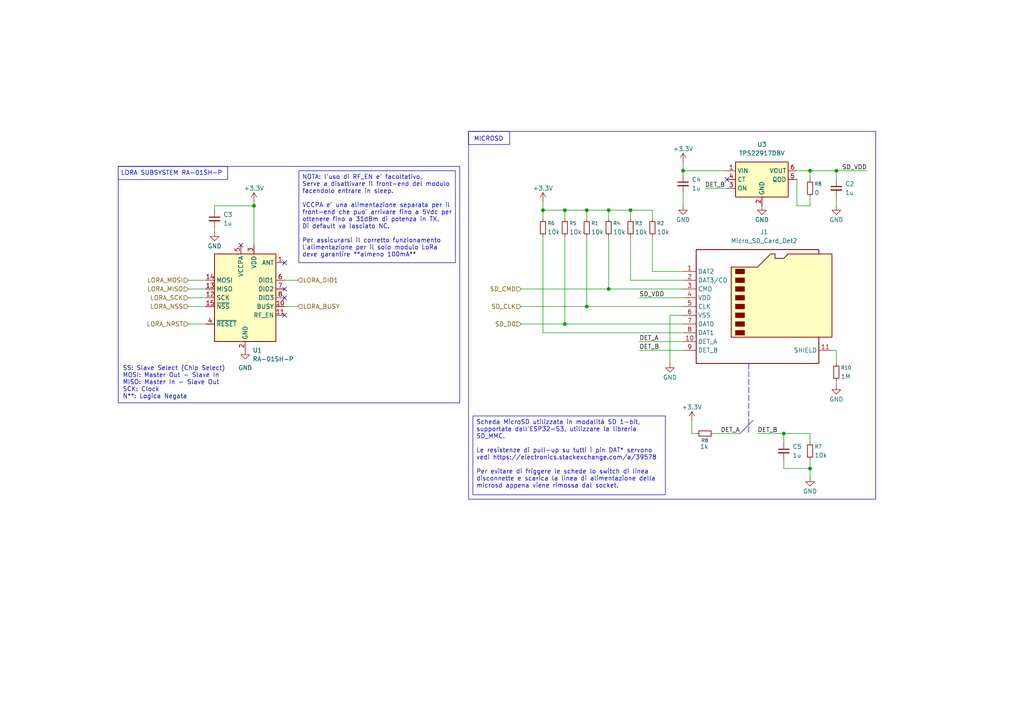
<source format=kicad_sch>
(kicad_sch
	(version 20250114)
	(generator "eeschema")
	(generator_version "9.0")
	(uuid "8ca2fe22-b350-4fe2-b7f7-a053ca80d2b8")
	(paper "A4")
	(lib_symbols
		(symbol "Connector:Micro_SD_Card_Det2"
			(exclude_from_sim no)
			(in_bom yes)
			(on_board yes)
			(property "Reference" "J"
				(at -16.51 17.78 0)
				(effects
					(font
						(size 1.27 1.27)
					)
				)
			)
			(property "Value" "Micro_SD_Card_Det2"
				(at 16.51 17.78 0)
				(effects
					(font
						(size 1.27 1.27)
					)
					(justify right)
				)
			)
			(property "Footprint" ""
				(at 52.07 17.78 0)
				(effects
					(font
						(size 1.27 1.27)
					)
					(hide yes)
				)
			)
			(property "Datasheet" "https://www.hirose.com/en/product/document?clcode=&productname=&series=DM3&documenttype=Catalog&lang=en&documentid=D49662_en"
				(at 2.54 2.54 0)
				(effects
					(font
						(size 1.27 1.27)
					)
					(hide yes)
				)
			)
			(property "Description" "Micro SD Card Socket with two card detection pins"
				(at 0 0 0)
				(effects
					(font
						(size 1.27 1.27)
					)
					(hide yes)
				)
			)
			(property "ki_keywords" "connector SD microsd"
				(at 0 0 0)
				(effects
					(font
						(size 1.27 1.27)
					)
					(hide yes)
				)
			)
			(property "ki_fp_filters" "microSD*"
				(at 0 0 0)
				(effects
					(font
						(size 1.27 1.27)
					)
					(hide yes)
				)
			)
			(symbol "Micro_SD_Card_Det2_0_1"
				(polyline
					(pts
						(xy -8.89 -8.89) (xy -8.89 11.43) (xy -1.27 11.43) (xy 2.54 15.24) (xy 3.81 15.24) (xy 3.81 13.97)
						(xy 6.35 13.97) (xy 7.62 15.24) (xy 20.32 15.24) (xy 20.32 -8.89) (xy -8.89 -8.89)
					)
					(stroke
						(width 0.254)
						(type default)
					)
					(fill
						(type background)
					)
				)
				(rectangle
					(start -7.62 10.795)
					(end -5.08 9.525)
					(stroke
						(width 0.254)
						(type default)
					)
					(fill
						(type outline)
					)
				)
				(rectangle
					(start -7.62 8.255)
					(end -5.08 6.985)
					(stroke
						(width 0.254)
						(type default)
					)
					(fill
						(type outline)
					)
				)
				(rectangle
					(start -7.62 5.715)
					(end -5.08 4.445)
					(stroke
						(width 0.254)
						(type default)
					)
					(fill
						(type outline)
					)
				)
				(rectangle
					(start -7.62 3.175)
					(end -5.08 1.905)
					(stroke
						(width 0.254)
						(type default)
					)
					(fill
						(type outline)
					)
				)
				(rectangle
					(start -7.62 0.635)
					(end -5.08 -0.635)
					(stroke
						(width 0.254)
						(type default)
					)
					(fill
						(type outline)
					)
				)
				(rectangle
					(start -7.62 -1.905)
					(end -5.08 -3.175)
					(stroke
						(width 0.254)
						(type default)
					)
					(fill
						(type outline)
					)
				)
				(rectangle
					(start -7.62 -4.445)
					(end -5.08 -5.715)
					(stroke
						(width 0.254)
						(type default)
					)
					(fill
						(type outline)
					)
				)
				(rectangle
					(start -7.62 -6.985)
					(end -5.08 -8.255)
					(stroke
						(width 0.254)
						(type default)
					)
					(fill
						(type outline)
					)
				)
				(polyline
					(pts
						(xy 16.51 15.24) (xy 16.51 16.51) (xy -19.05 16.51) (xy -19.05 -16.51) (xy 16.51 -16.51) (xy 16.51 -8.89)
					)
					(stroke
						(width 0.254)
						(type default)
					)
					(fill
						(type none)
					)
				)
			)
			(symbol "Micro_SD_Card_Det2_1_1"
				(pin bidirectional line
					(at -22.86 10.16 0)
					(length 3.81)
					(name "DAT2"
						(effects
							(font
								(size 1.27 1.27)
							)
						)
					)
					(number "1"
						(effects
							(font
								(size 1.27 1.27)
							)
						)
					)
				)
				(pin bidirectional line
					(at -22.86 7.62 0)
					(length 3.81)
					(name "DAT3/CD"
						(effects
							(font
								(size 1.27 1.27)
							)
						)
					)
					(number "2"
						(effects
							(font
								(size 1.27 1.27)
							)
						)
					)
				)
				(pin input line
					(at -22.86 5.08 0)
					(length 3.81)
					(name "CMD"
						(effects
							(font
								(size 1.27 1.27)
							)
						)
					)
					(number "3"
						(effects
							(font
								(size 1.27 1.27)
							)
						)
					)
				)
				(pin power_in line
					(at -22.86 2.54 0)
					(length 3.81)
					(name "VDD"
						(effects
							(font
								(size 1.27 1.27)
							)
						)
					)
					(number "4"
						(effects
							(font
								(size 1.27 1.27)
							)
						)
					)
				)
				(pin input line
					(at -22.86 0 0)
					(length 3.81)
					(name "CLK"
						(effects
							(font
								(size 1.27 1.27)
							)
						)
					)
					(number "5"
						(effects
							(font
								(size 1.27 1.27)
							)
						)
					)
				)
				(pin power_in line
					(at -22.86 -2.54 0)
					(length 3.81)
					(name "VSS"
						(effects
							(font
								(size 1.27 1.27)
							)
						)
					)
					(number "6"
						(effects
							(font
								(size 1.27 1.27)
							)
						)
					)
				)
				(pin bidirectional line
					(at -22.86 -5.08 0)
					(length 3.81)
					(name "DAT0"
						(effects
							(font
								(size 1.27 1.27)
							)
						)
					)
					(number "7"
						(effects
							(font
								(size 1.27 1.27)
							)
						)
					)
				)
				(pin bidirectional line
					(at -22.86 -7.62 0)
					(length 3.81)
					(name "DAT1"
						(effects
							(font
								(size 1.27 1.27)
							)
						)
					)
					(number "8"
						(effects
							(font
								(size 1.27 1.27)
							)
						)
					)
				)
				(pin passive line
					(at -22.86 -10.16 0)
					(length 3.81)
					(name "DET_A"
						(effects
							(font
								(size 1.27 1.27)
							)
						)
					)
					(number "10"
						(effects
							(font
								(size 1.27 1.27)
							)
						)
					)
				)
				(pin passive line
					(at -22.86 -12.7 0)
					(length 3.81)
					(name "DET_B"
						(effects
							(font
								(size 1.27 1.27)
							)
						)
					)
					(number "9"
						(effects
							(font
								(size 1.27 1.27)
							)
						)
					)
				)
				(pin passive line
					(at 20.32 -12.7 180)
					(length 3.81)
					(name "SHIELD"
						(effects
							(font
								(size 1.27 1.27)
							)
						)
					)
					(number "11"
						(effects
							(font
								(size 1.27 1.27)
							)
						)
					)
				)
			)
			(embedded_fonts no)
		)
		(symbol "Device:C_Small"
			(pin_numbers
				(hide yes)
			)
			(pin_names
				(offset 0.254)
				(hide yes)
			)
			(exclude_from_sim no)
			(in_bom yes)
			(on_board yes)
			(property "Reference" "C"
				(at 0.254 1.778 0)
				(effects
					(font
						(size 1.27 1.27)
					)
					(justify left)
				)
			)
			(property "Value" "C_Small"
				(at 0.254 -2.032 0)
				(effects
					(font
						(size 1.27 1.27)
					)
					(justify left)
				)
			)
			(property "Footprint" ""
				(at 0 0 0)
				(effects
					(font
						(size 1.27 1.27)
					)
					(hide yes)
				)
			)
			(property "Datasheet" "~"
				(at 0 0 0)
				(effects
					(font
						(size 1.27 1.27)
					)
					(hide yes)
				)
			)
			(property "Description" "Unpolarized capacitor, small symbol"
				(at 0 0 0)
				(effects
					(font
						(size 1.27 1.27)
					)
					(hide yes)
				)
			)
			(property "ki_keywords" "capacitor cap"
				(at 0 0 0)
				(effects
					(font
						(size 1.27 1.27)
					)
					(hide yes)
				)
			)
			(property "ki_fp_filters" "C_*"
				(at 0 0 0)
				(effects
					(font
						(size 1.27 1.27)
					)
					(hide yes)
				)
			)
			(symbol "C_Small_0_1"
				(polyline
					(pts
						(xy -1.524 0.508) (xy 1.524 0.508)
					)
					(stroke
						(width 0.3048)
						(type default)
					)
					(fill
						(type none)
					)
				)
				(polyline
					(pts
						(xy -1.524 -0.508) (xy 1.524 -0.508)
					)
					(stroke
						(width 0.3302)
						(type default)
					)
					(fill
						(type none)
					)
				)
			)
			(symbol "C_Small_1_1"
				(pin passive line
					(at 0 2.54 270)
					(length 2.032)
					(name "~"
						(effects
							(font
								(size 1.27 1.27)
							)
						)
					)
					(number "1"
						(effects
							(font
								(size 1.27 1.27)
							)
						)
					)
				)
				(pin passive line
					(at 0 -2.54 90)
					(length 2.032)
					(name "~"
						(effects
							(font
								(size 1.27 1.27)
							)
						)
					)
					(number "2"
						(effects
							(font
								(size 1.27 1.27)
							)
						)
					)
				)
			)
			(embedded_fonts no)
		)
		(symbol "Device:R_Small"
			(pin_numbers
				(hide yes)
			)
			(pin_names
				(offset 0.254)
				(hide yes)
			)
			(exclude_from_sim no)
			(in_bom yes)
			(on_board yes)
			(property "Reference" "R"
				(at 0 0 90)
				(effects
					(font
						(size 1.016 1.016)
					)
				)
			)
			(property "Value" "R_Small"
				(at 1.778 0 90)
				(effects
					(font
						(size 1.27 1.27)
					)
				)
			)
			(property "Footprint" ""
				(at 0 0 0)
				(effects
					(font
						(size 1.27 1.27)
					)
					(hide yes)
				)
			)
			(property "Datasheet" "~"
				(at 0 0 0)
				(effects
					(font
						(size 1.27 1.27)
					)
					(hide yes)
				)
			)
			(property "Description" "Resistor, small symbol"
				(at 0 0 0)
				(effects
					(font
						(size 1.27 1.27)
					)
					(hide yes)
				)
			)
			(property "ki_keywords" "R resistor"
				(at 0 0 0)
				(effects
					(font
						(size 1.27 1.27)
					)
					(hide yes)
				)
			)
			(property "ki_fp_filters" "R_*"
				(at 0 0 0)
				(effects
					(font
						(size 1.27 1.27)
					)
					(hide yes)
				)
			)
			(symbol "R_Small_0_1"
				(rectangle
					(start -0.762 1.778)
					(end 0.762 -1.778)
					(stroke
						(width 0.2032)
						(type default)
					)
					(fill
						(type none)
					)
				)
			)
			(symbol "R_Small_1_1"
				(pin passive line
					(at 0 2.54 270)
					(length 0.762)
					(name "~"
						(effects
							(font
								(size 1.27 1.27)
							)
						)
					)
					(number "1"
						(effects
							(font
								(size 1.27 1.27)
							)
						)
					)
				)
				(pin passive line
					(at 0 -2.54 90)
					(length 0.762)
					(name "~"
						(effects
							(font
								(size 1.27 1.27)
							)
						)
					)
					(number "2"
						(effects
							(font
								(size 1.27 1.27)
							)
						)
					)
				)
			)
			(embedded_fonts no)
		)
		(symbol "LoRa:RA-01SH"
			(exclude_from_sim no)
			(in_bom yes)
			(on_board yes)
			(property "Reference" "U"
				(at 7.874 15.748 0)
				(effects
					(font
						(size 1.27 1.27)
					)
				)
			)
			(property "Value" "RA-01SH-P"
				(at 13.208 13.208 0)
				(effects
					(font
						(size 1.27 1.27)
					)
				)
			)
			(property "Footprint" "RF_Module:Ai-Thinker-Ra-01-LoRa"
				(at -0.254 -32.258 0)
				(effects
					(font
						(size 1.27 1.27)
					)
					(hide yes)
				)
			)
			(property "Datasheet" "https://en.ai-thinker.com/Uploads/file/20240927/20240927114430_30249.pdf"
				(at 1.778 -30.48 0)
				(effects
					(font
						(size 1.27 1.27)
					)
					(hide yes)
				)
			)
			(property "Description" ""
				(at 0 0 0)
				(effects
					(font
						(size 1.27 1.27)
					)
					(hide yes)
				)
			)
			(property "ki_keywords" "LoRa SX1262"
				(at 0 0 0)
				(effects
					(font
						(size 1.27 1.27)
					)
					(hide yes)
				)
			)
			(symbol "RA-01SH_0_1"
				(rectangle
					(start -8.89 11.43)
					(end 8.89 -13.97)
					(stroke
						(width 0.254)
						(type default)
					)
					(fill
						(type background)
					)
				)
			)
			(symbol "RA-01SH_1_1"
				(pin input line
					(at -11.43 3.81 0)
					(length 2.54)
					(name "MOSI"
						(effects
							(font
								(size 1.27 1.27)
							)
						)
					)
					(number "14"
						(effects
							(font
								(size 1.27 1.27)
							)
						)
					)
				)
				(pin output line
					(at -11.43 1.27 0)
					(length 2.54)
					(name "MISO"
						(effects
							(font
								(size 1.27 1.27)
							)
						)
					)
					(number "13"
						(effects
							(font
								(size 1.27 1.27)
							)
						)
					)
				)
				(pin input line
					(at -11.43 -1.27 0)
					(length 2.54)
					(name "SCK"
						(effects
							(font
								(size 1.27 1.27)
							)
						)
					)
					(number "12"
						(effects
							(font
								(size 1.27 1.27)
							)
						)
					)
				)
				(pin input line
					(at -11.43 -3.81 0)
					(length 2.54)
					(name "~{NSS}"
						(effects
							(font
								(size 1.27 1.27)
							)
						)
					)
					(number "15"
						(effects
							(font
								(size 1.27 1.27)
							)
						)
					)
				)
				(pin input line
					(at -11.43 -8.89 0)
					(length 2.54)
					(name "~{RESET}"
						(effects
							(font
								(size 1.27 1.27)
							)
						)
					)
					(number "4"
						(effects
							(font
								(size 1.27 1.27)
							)
						)
					)
				)
				(pin bidirectional line
					(at -1.27 13.97 270)
					(length 2.54)
					(name "VCCPA"
						(effects
							(font
								(size 1.27 1.27)
							)
						)
					)
					(number "5"
						(effects
							(font
								(size 1.27 1.27)
							)
						)
					)
				)
				(pin passive line
					(at 0 -16.51 90)
					(length 2.54)
					(hide yes)
					(name "GND"
						(effects
							(font
								(size 1.27 1.27)
							)
						)
					)
					(number "16"
						(effects
							(font
								(size 1.27 1.27)
							)
						)
					)
				)
				(pin power_in line
					(at 0 -16.51 90)
					(length 2.54)
					(name "GND"
						(effects
							(font
								(size 1.27 1.27)
							)
						)
					)
					(number "2"
						(effects
							(font
								(size 1.27 1.27)
							)
						)
					)
				)
				(pin passive line
					(at 0 -16.51 90)
					(length 2.54)
					(hide yes)
					(name "GND"
						(effects
							(font
								(size 1.27 1.27)
							)
						)
					)
					(number "9"
						(effects
							(font
								(size 1.27 1.27)
							)
						)
					)
				)
				(pin power_in line
					(at 2.54 13.97 270)
					(length 2.54)
					(name "VDD"
						(effects
							(font
								(size 1.27 1.27)
							)
						)
					)
					(number "3"
						(effects
							(font
								(size 1.27 1.27)
							)
						)
					)
				)
				(pin passive line
					(at 11.43 8.89 180)
					(length 2.54)
					(name "ANT"
						(effects
							(font
								(size 1.27 1.27)
							)
						)
					)
					(number "1"
						(effects
							(font
								(size 1.27 1.27)
							)
						)
					)
				)
				(pin bidirectional line
					(at 11.43 3.81 180)
					(length 2.54)
					(name "DIO1"
						(effects
							(font
								(size 1.27 1.27)
							)
						)
					)
					(number "6"
						(effects
							(font
								(size 1.27 1.27)
							)
						)
					)
				)
				(pin bidirectional line
					(at 11.43 1.27 180)
					(length 2.54)
					(name "DIO2"
						(effects
							(font
								(size 1.27 1.27)
							)
						)
					)
					(number "7"
						(effects
							(font
								(size 1.27 1.27)
							)
						)
					)
				)
				(pin bidirectional line
					(at 11.43 -1.27 180)
					(length 2.54)
					(name "DIO3"
						(effects
							(font
								(size 1.27 1.27)
							)
						)
					)
					(number "8"
						(effects
							(font
								(size 1.27 1.27)
							)
						)
					)
				)
				(pin bidirectional line
					(at 11.43 -3.81 180)
					(length 2.54)
					(name "BUSY"
						(effects
							(font
								(size 1.27 1.27)
							)
						)
					)
					(number "10"
						(effects
							(font
								(size 1.27 1.27)
							)
						)
					)
				)
				(pin bidirectional line
					(at 11.43 -6.35 180)
					(length 2.54)
					(name "RF_EN"
						(effects
							(font
								(size 1.27 1.27)
							)
						)
					)
					(number "11"
						(effects
							(font
								(size 1.27 1.27)
							)
						)
					)
				)
			)
			(embedded_fonts no)
		)
		(symbol "Power_Management:TPS22917DBV"
			(exclude_from_sim no)
			(in_bom yes)
			(on_board yes)
			(property "Reference" "U"
				(at -6.35 6.35 0)
				(effects
					(font
						(size 1.27 1.27)
					)
				)
			)
			(property "Value" "TPS22917DBV"
				(at 2.54 6.35 0)
				(effects
					(font
						(size 1.27 1.27)
					)
				)
			)
			(property "Footprint" "Package_TO_SOT_SMD:SOT-23-6"
				(at 0 12.7 0)
				(effects
					(font
						(size 1.27 1.27)
					)
					(hide yes)
				)
			)
			(property "Datasheet" "http://www.ti.com/lit/ds/symlink/tps22917.pdf"
				(at 1.27 -17.78 0)
				(effects
					(font
						(size 1.27 1.27)
					)
					(hide yes)
				)
			)
			(property "Description" "1V to 5.5V, 2A, 80mΩ Ultra-Low Leakage Load Switch, SOT23-6"
				(at 0 0 0)
				(effects
					(font
						(size 1.27 1.27)
					)
					(hide yes)
				)
			)
			(property "ki_keywords" "high-side power distribution switch"
				(at 0 0 0)
				(effects
					(font
						(size 1.27 1.27)
					)
					(hide yes)
				)
			)
			(property "ki_fp_filters" "SOT?23*"
				(at 0 0 0)
				(effects
					(font
						(size 1.27 1.27)
					)
					(hide yes)
				)
			)
			(symbol "TPS22917DBV_0_1"
				(rectangle
					(start -7.62 5.08)
					(end 7.62 -5.08)
					(stroke
						(width 0.254)
						(type default)
					)
					(fill
						(type background)
					)
				)
			)
			(symbol "TPS22917DBV_1_1"
				(pin power_in line
					(at -10.16 2.54 0)
					(length 2.54)
					(name "VIN"
						(effects
							(font
								(size 1.27 1.27)
							)
						)
					)
					(number "1"
						(effects
							(font
								(size 1.27 1.27)
							)
						)
					)
				)
				(pin output line
					(at -10.16 0 0)
					(length 2.54)
					(name "CT"
						(effects
							(font
								(size 1.27 1.27)
							)
						)
					)
					(number "4"
						(effects
							(font
								(size 1.27 1.27)
							)
						)
					)
				)
				(pin input line
					(at -10.16 -2.54 0)
					(length 2.54)
					(name "ON"
						(effects
							(font
								(size 1.27 1.27)
							)
						)
					)
					(number "3"
						(effects
							(font
								(size 1.27 1.27)
							)
						)
					)
				)
				(pin power_in line
					(at 0 -7.62 90)
					(length 2.54)
					(name "GND"
						(effects
							(font
								(size 1.27 1.27)
							)
						)
					)
					(number "2"
						(effects
							(font
								(size 1.27 1.27)
							)
						)
					)
				)
				(pin power_out line
					(at 10.16 2.54 180)
					(length 2.54)
					(name "VOUT"
						(effects
							(font
								(size 1.27 1.27)
							)
						)
					)
					(number "6"
						(effects
							(font
								(size 1.27 1.27)
							)
						)
					)
				)
				(pin open_collector line
					(at 10.16 0 180)
					(length 2.54)
					(name "QOD"
						(effects
							(font
								(size 1.27 1.27)
							)
						)
					)
					(number "5"
						(effects
							(font
								(size 1.27 1.27)
							)
						)
					)
				)
			)
			(embedded_fonts no)
		)
		(symbol "power:+3.3V"
			(power)
			(pin_numbers
				(hide yes)
			)
			(pin_names
				(offset 0)
				(hide yes)
			)
			(exclude_from_sim no)
			(in_bom yes)
			(on_board yes)
			(property "Reference" "#PWR"
				(at 0 -3.81 0)
				(effects
					(font
						(size 1.27 1.27)
					)
					(hide yes)
				)
			)
			(property "Value" "+3.3V"
				(at 0 3.556 0)
				(effects
					(font
						(size 1.27 1.27)
					)
				)
			)
			(property "Footprint" ""
				(at 0 0 0)
				(effects
					(font
						(size 1.27 1.27)
					)
					(hide yes)
				)
			)
			(property "Datasheet" ""
				(at 0 0 0)
				(effects
					(font
						(size 1.27 1.27)
					)
					(hide yes)
				)
			)
			(property "Description" "Power symbol creates a global label with name \"+3.3V\""
				(at 0 0 0)
				(effects
					(font
						(size 1.27 1.27)
					)
					(hide yes)
				)
			)
			(property "ki_keywords" "global power"
				(at 0 0 0)
				(effects
					(font
						(size 1.27 1.27)
					)
					(hide yes)
				)
			)
			(symbol "+3.3V_0_1"
				(polyline
					(pts
						(xy -0.762 1.27) (xy 0 2.54)
					)
					(stroke
						(width 0)
						(type default)
					)
					(fill
						(type none)
					)
				)
				(polyline
					(pts
						(xy 0 2.54) (xy 0.762 1.27)
					)
					(stroke
						(width 0)
						(type default)
					)
					(fill
						(type none)
					)
				)
				(polyline
					(pts
						(xy 0 0) (xy 0 2.54)
					)
					(stroke
						(width 0)
						(type default)
					)
					(fill
						(type none)
					)
				)
			)
			(symbol "+3.3V_1_1"
				(pin power_in line
					(at 0 0 90)
					(length 0)
					(name "~"
						(effects
							(font
								(size 1.27 1.27)
							)
						)
					)
					(number "1"
						(effects
							(font
								(size 1.27 1.27)
							)
						)
					)
				)
			)
			(embedded_fonts no)
		)
		(symbol "power:GND"
			(power)
			(pin_numbers
				(hide yes)
			)
			(pin_names
				(offset 0)
				(hide yes)
			)
			(exclude_from_sim no)
			(in_bom yes)
			(on_board yes)
			(property "Reference" "#PWR"
				(at 0 -6.35 0)
				(effects
					(font
						(size 1.27 1.27)
					)
					(hide yes)
				)
			)
			(property "Value" "GND"
				(at 0 -3.81 0)
				(effects
					(font
						(size 1.27 1.27)
					)
				)
			)
			(property "Footprint" ""
				(at 0 0 0)
				(effects
					(font
						(size 1.27 1.27)
					)
					(hide yes)
				)
			)
			(property "Datasheet" ""
				(at 0 0 0)
				(effects
					(font
						(size 1.27 1.27)
					)
					(hide yes)
				)
			)
			(property "Description" "Power symbol creates a global label with name \"GND\" , ground"
				(at 0 0 0)
				(effects
					(font
						(size 1.27 1.27)
					)
					(hide yes)
				)
			)
			(property "ki_keywords" "global power"
				(at 0 0 0)
				(effects
					(font
						(size 1.27 1.27)
					)
					(hide yes)
				)
			)
			(symbol "GND_0_1"
				(polyline
					(pts
						(xy 0 0) (xy 0 -1.27) (xy 1.27 -1.27) (xy 0 -2.54) (xy -1.27 -1.27) (xy 0 -1.27)
					)
					(stroke
						(width 0)
						(type default)
					)
					(fill
						(type none)
					)
				)
			)
			(symbol "GND_1_1"
				(pin power_in line
					(at 0 0 270)
					(length 0)
					(name "~"
						(effects
							(font
								(size 1.27 1.27)
							)
						)
					)
					(number "1"
						(effects
							(font
								(size 1.27 1.27)
							)
						)
					)
				)
			)
			(embedded_fonts no)
		)
	)
	(rectangle
		(start 135.89 38.1)
		(end 254 144.78)
		(stroke
			(width 0)
			(type default)
		)
		(fill
			(type none)
		)
		(uuid 2287437b-2e64-4872-bb0e-ffce24c7a53d)
	)
	(rectangle
		(start 135.89 38.1)
		(end 147.828 41.91)
		(stroke
			(width 0)
			(type default)
		)
		(fill
			(type none)
		)
		(uuid 6c9b08c0-06fb-4f4b-a9db-8e2c3dd74a61)
	)
	(rectangle
		(start 34.29 48.26)
		(end 133.35 116.84)
		(stroke
			(width 0)
			(type default)
		)
		(fill
			(type none)
		)
		(uuid 9594000d-96c2-4e40-89af-caec59ce68d7)
	)
	(rectangle
		(start 34.29 48.26)
		(end 66.04 52.07)
		(stroke
			(width 0)
			(type default)
		)
		(fill
			(type none)
		)
		(uuid d3fadec2-1c6d-4c45-b8b8-73ebdb2b2d30)
	)
	(text "SS: Slave Select (Chip Select)\nMOSI: Master Out - Slave In\nMISO: Master In - Slave Out\nSCK: Clock\nN**: Logica Negata"
		(exclude_from_sim no)
		(at 35.56 110.998 0)
		(effects
			(font
				(size 1.27 1.27)
			)
			(justify left)
		)
		(uuid "4f355832-7c7e-41d2-acbb-224cd7b7aea4")
	)
	(text "LORA SUBSYSTEM RA-01SH-P"
		(exclude_from_sim no)
		(at 35.052 50.292 0)
		(effects
			(font
				(size 1.27 1.27)
			)
			(justify left)
		)
		(uuid "68d3f314-34f6-49f8-90d3-bdeed5963458")
	)
	(text "MICROSD"
		(exclude_from_sim no)
		(at 137.414 40.386 0)
		(effects
			(font
				(size 1.27 1.27)
			)
			(justify left)
		)
		(uuid "ccde0829-3d62-4f4c-bb9f-30cb22c114d4")
	)
	(text_box "NOTA: l'uso di RF_EN e' facoltativo,\nServe a disattivare il front-end del modulo \nfacendolo entrare in sleep.\n\nVCCPA e' una alimentazione separata per il\nfront-end che puo' arrivare fino a 5Vdc per\nottenere fino a 31dBm di potenza in TX.\nDi default va lasciato NC.\n\nPer assicurarsi il corretto funzionamento \nl'alimentazione per il solo modulo LoRa \ndeve garantire **almeno 100mA**\n"
		(exclude_from_sim no)
		(at 86.6776 49.5301 0)
		(size 45.4024 26.6699)
		(margins 0.9525 0.9525 0.9525 0.9525)
		(stroke
			(width 0)
			(type solid)
		)
		(fill
			(type none)
		)
		(effects
			(font
				(size 1.27 1.27)
			)
			(justify left top)
		)
		(uuid "9ce8a5a8-614e-48f5-bb17-f6745cd50e6b")
	)
	(text_box "Scheda MicroSD utilizzata in modalità SD 1-bit, supportata dall'ESP32-S3, utilizzare la libreria SD_MMC.\n\nLe resistenze di pull-up su tutti i pin DAT* servono vedi https://electronics.stackexchange.com/a/39578\n\nPer evitare di friggere le schede lo switch di linea disconnette e scarica la linea di alimentazione della microsd appena viene rimossa dal socket."
		(exclude_from_sim no)
		(at 137.16 120.65 0)
		(size 55.8165 22.86)
		(margins 0.9525 0.9525 0.9525 0.9525)
		(stroke
			(width 0)
			(type solid)
		)
		(fill
			(type none)
		)
		(effects
			(font
				(size 1.27 1.27)
			)
			(justify left top)
		)
		(uuid "e1b267e4-cef6-4861-ac36-e22456695335")
	)
	(junction
		(at 163.83 60.96)
		(diameter 0)
		(color 0 0 0 0)
		(uuid "33375543-2817-4bd4-84e4-80a7f3263021")
	)
	(junction
		(at 182.88 60.96)
		(diameter 0)
		(color 0 0 0 0)
		(uuid "360ee2b6-7d7b-42f7-bfc9-a7d700ef4547")
	)
	(junction
		(at 176.53 83.82)
		(diameter 0)
		(color 0 0 0 0)
		(uuid "7e1d6221-fb1a-4c3f-a234-8bad9ceb81ed")
	)
	(junction
		(at 227.33 125.73)
		(diameter 0)
		(color 0 0 0 0)
		(uuid "8be6c0ce-466c-4eb4-9737-d90f9e31aad8")
	)
	(junction
		(at 163.83 93.98)
		(diameter 0)
		(color 0 0 0 0)
		(uuid "938ed681-e8c5-4d35-9945-55fb8eb8be61")
	)
	(junction
		(at 170.18 60.96)
		(diameter 0)
		(color 0 0 0 0)
		(uuid "a8205253-b7be-4873-9424-f423ebd6d869")
	)
	(junction
		(at 73.66 59.69)
		(diameter 0)
		(color 0 0 0 0)
		(uuid "aa63b3b4-2647-4302-978c-5eb44921fa9b")
	)
	(junction
		(at 176.53 60.96)
		(diameter 0)
		(color 0 0 0 0)
		(uuid "b5f9d499-fd51-429b-820e-066754704680")
	)
	(junction
		(at 242.57 49.53)
		(diameter 0)
		(color 0 0 0 0)
		(uuid "c4b346b9-5a1c-40d5-8813-d41a761d366a")
	)
	(junction
		(at 157.48 60.96)
		(diameter 0)
		(color 0 0 0 0)
		(uuid "c8cece85-42a5-40e6-9087-8c3ca9791804")
	)
	(junction
		(at 170.18 88.9)
		(diameter 0)
		(color 0 0 0 0)
		(uuid "cfa37ad9-6c5b-4821-b979-313eb16e0a76")
	)
	(junction
		(at 234.95 135.89)
		(diameter 0)
		(color 0 0 0 0)
		(uuid "e2bd2797-1675-42e2-8af2-c899cedcd871")
	)
	(junction
		(at 198.12 49.53)
		(diameter 0)
		(color 0 0 0 0)
		(uuid "e9d4a571-47ad-4a91-bd17-cb71abd2a204")
	)
	(junction
		(at 234.95 49.53)
		(diameter 0)
		(color 0 0 0 0)
		(uuid "f7b853b2-6134-4062-bd9b-9c3ddd370702")
	)
	(no_connect
		(at 82.55 86.36)
		(uuid "227c0667-4e7a-4196-bfb6-e3eae5cdda58")
	)
	(no_connect
		(at 82.55 76.2)
		(uuid "2d381153-679a-40c7-93ba-c98193c42a46")
	)
	(no_connect
		(at 82.55 83.82)
		(uuid "5de2727d-180e-49d0-8fb0-939329f39905")
	)
	(no_connect
		(at 210.82 52.07)
		(uuid "6474423b-2193-4d2d-9f31-38f4a2db2c9d")
	)
	(no_connect
		(at 82.55 91.44)
		(uuid "af892284-3b50-4636-a0b6-6b7940d9150a")
	)
	(no_connect
		(at 69.85 71.12)
		(uuid "e3dc39cb-8e63-486d-be84-65d5322d5703")
	)
	(wire
		(pts
			(xy 198.12 91.44) (xy 194.31 91.44)
		)
		(stroke
			(width 0)
			(type default)
		)
		(uuid "036f8494-3ee9-43e8-a38c-2d8f882186ce")
	)
	(wire
		(pts
			(xy 170.18 60.96) (xy 170.18 63.5)
		)
		(stroke
			(width 0)
			(type default)
		)
		(uuid "05b25582-0895-4fc0-8a38-981a57b4887b")
	)
	(wire
		(pts
			(xy 62.23 66.04) (xy 62.23 67.31)
		)
		(stroke
			(width 0)
			(type default)
		)
		(uuid "07e7410f-1db9-4f71-ab0a-000cc2adad03")
	)
	(wire
		(pts
			(xy 163.83 68.58) (xy 163.83 93.98)
		)
		(stroke
			(width 0)
			(type default)
		)
		(uuid "0892d1e6-f937-45d6-8c31-7766edbafd11")
	)
	(wire
		(pts
			(xy 189.23 78.74) (xy 198.12 78.74)
		)
		(stroke
			(width 0)
			(type default)
		)
		(uuid "092bfab1-35af-47aa-9adc-dc0bdefae314")
	)
	(wire
		(pts
			(xy 207.01 125.73) (xy 214.63 125.73)
		)
		(stroke
			(width 0)
			(type default)
		)
		(uuid "0e5d6b81-a940-412d-84d4-4c64c32c76c7")
	)
	(wire
		(pts
			(xy 176.53 60.96) (xy 182.88 60.96)
		)
		(stroke
			(width 0)
			(type default)
		)
		(uuid "0f08692a-956c-49a7-a1a9-f71881d08ade")
	)
	(wire
		(pts
			(xy 231.14 52.07) (xy 231.14 59.69)
		)
		(stroke
			(width 0)
			(type default)
		)
		(uuid "10ca2e79-00d0-4811-9dbe-a2828039567e")
	)
	(wire
		(pts
			(xy 227.33 125.73) (xy 227.33 128.27)
		)
		(stroke
			(width 0)
			(type default)
		)
		(uuid "1289d7f2-bf5e-42bd-91ba-6d2326052770")
	)
	(wire
		(pts
			(xy 163.83 60.96) (xy 163.83 63.5)
		)
		(stroke
			(width 0)
			(type default)
		)
		(uuid "138e57e1-c4f6-4461-9128-9547dd80e8d4")
	)
	(wire
		(pts
			(xy 241.3 101.6) (xy 242.57 101.6)
		)
		(stroke
			(width 0)
			(type default)
		)
		(uuid "13e4d5ae-5d7a-4843-8515-a4b607ca4703")
	)
	(wire
		(pts
			(xy 151.13 88.9) (xy 170.18 88.9)
		)
		(stroke
			(width 0)
			(type default)
		)
		(uuid "14ed6d6c-5b98-495f-8b63-c65867e49059")
	)
	(wire
		(pts
			(xy 198.12 46.99) (xy 198.12 49.53)
		)
		(stroke
			(width 0)
			(type default)
		)
		(uuid "1616d846-5e23-428c-b0d8-26395f804f53")
	)
	(wire
		(pts
			(xy 198.12 55.88) (xy 198.12 59.69)
		)
		(stroke
			(width 0)
			(type default)
		)
		(uuid "167304f9-84bd-4bd3-8e25-0afc508c9766")
	)
	(wire
		(pts
			(xy 227.33 133.35) (xy 227.33 135.89)
		)
		(stroke
			(width 0)
			(type default)
		)
		(uuid "17f6ed73-7da2-4ef6-8838-2d71f03ecd5b")
	)
	(wire
		(pts
			(xy 182.88 60.96) (xy 182.88 63.5)
		)
		(stroke
			(width 0)
			(type default)
		)
		(uuid "1a4187cf-cc81-4f74-aba8-e7c12b8e4ad5")
	)
	(wire
		(pts
			(xy 157.48 60.96) (xy 157.48 63.5)
		)
		(stroke
			(width 0)
			(type default)
		)
		(uuid "21ab6896-e093-4ee5-88da-c7b9f122a02e")
	)
	(wire
		(pts
			(xy 200.66 125.73) (xy 201.93 125.73)
		)
		(stroke
			(width 0)
			(type default)
		)
		(uuid "231c763c-188e-4d98-a97f-88c43ff26548")
	)
	(wire
		(pts
			(xy 54.61 83.82) (xy 59.69 83.82)
		)
		(stroke
			(width 0)
			(type default)
		)
		(uuid "250277be-0cb2-43e2-97b0-0838c23fca78")
	)
	(wire
		(pts
			(xy 82.55 88.9) (xy 86.36 88.9)
		)
		(stroke
			(width 0)
			(type default)
		)
		(uuid "3009a6a6-47ef-4923-9a1b-e5961ac07839")
	)
	(wire
		(pts
			(xy 234.95 52.07) (xy 234.95 49.53)
		)
		(stroke
			(width 0)
			(type default)
		)
		(uuid "36f64dc0-d882-4644-bc61-93b798a3bfba")
	)
	(wire
		(pts
			(xy 219.71 125.73) (xy 227.33 125.73)
		)
		(stroke
			(width 0)
			(type default)
		)
		(uuid "3a04a32e-695f-4654-ba1e-1c04b3346924")
	)
	(wire
		(pts
			(xy 170.18 60.96) (xy 176.53 60.96)
		)
		(stroke
			(width 0)
			(type default)
		)
		(uuid "3b0fb330-bcc9-473e-a926-2c4a9804dee3")
	)
	(wire
		(pts
			(xy 176.53 68.58) (xy 176.53 83.82)
		)
		(stroke
			(width 0)
			(type default)
		)
		(uuid "3cc743d5-c4a7-4311-b781-078655c44c8e")
	)
	(wire
		(pts
			(xy 185.42 101.6) (xy 198.12 101.6)
		)
		(stroke
			(width 0)
			(type default)
		)
		(uuid "3e8f8fe1-f56a-44b0-83b8-206955a49c41")
	)
	(wire
		(pts
			(xy 73.66 59.69) (xy 73.66 71.12)
		)
		(stroke
			(width 0)
			(type default)
		)
		(uuid "42626cfe-f57a-4be6-9147-f888c630fcf7")
	)
	(wire
		(pts
			(xy 176.53 83.82) (xy 198.12 83.82)
		)
		(stroke
			(width 0)
			(type default)
		)
		(uuid "49369438-85e1-406f-816b-4e32468e78a7")
	)
	(wire
		(pts
			(xy 210.82 49.53) (xy 198.12 49.53)
		)
		(stroke
			(width 0)
			(type default)
		)
		(uuid "4f4640a6-05bb-4600-96ea-a04347d79e92")
	)
	(wire
		(pts
			(xy 82.55 81.28) (xy 86.36 81.28)
		)
		(stroke
			(width 0)
			(type default)
		)
		(uuid "56094bcf-9497-4c6b-9424-52a512042fe9")
	)
	(wire
		(pts
			(xy 189.23 68.58) (xy 189.23 78.74)
		)
		(stroke
			(width 0)
			(type default)
		)
		(uuid "60fddf51-a1cb-4d09-9e01-35373f171fb0")
	)
	(wire
		(pts
			(xy 227.33 125.73) (xy 234.95 125.73)
		)
		(stroke
			(width 0)
			(type default)
		)
		(uuid "620fc79a-0c4a-48ae-a354-94d3dabaa752")
	)
	(wire
		(pts
			(xy 242.57 49.53) (xy 251.46 49.53)
		)
		(stroke
			(width 0)
			(type default)
		)
		(uuid "625ca3cd-ecad-44e5-ad9d-a12736145719")
	)
	(wire
		(pts
			(xy 234.95 135.89) (xy 234.95 138.43)
		)
		(stroke
			(width 0)
			(type default)
		)
		(uuid "65f1218f-505b-438c-855a-8e84598ba924")
	)
	(wire
		(pts
			(xy 151.13 83.82) (xy 176.53 83.82)
		)
		(stroke
			(width 0)
			(type default)
		)
		(uuid "6b51e698-fc75-44ff-93ee-73bc39aac1b6")
	)
	(wire
		(pts
			(xy 157.48 58.42) (xy 157.48 60.96)
		)
		(stroke
			(width 0)
			(type default)
		)
		(uuid "6e29e9f4-3bce-44a0-96ce-688f356ff64f")
	)
	(wire
		(pts
			(xy 198.12 86.36) (xy 185.42 86.36)
		)
		(stroke
			(width 0)
			(type default)
		)
		(uuid "74b8c691-9401-4a2a-a184-ae84340da5ee")
	)
	(wire
		(pts
			(xy 170.18 68.58) (xy 170.18 88.9)
		)
		(stroke
			(width 0)
			(type default)
		)
		(uuid "76dede4d-6394-4975-b33e-10a5495dc054")
	)
	(wire
		(pts
			(xy 157.48 60.96) (xy 163.83 60.96)
		)
		(stroke
			(width 0)
			(type default)
		)
		(uuid "7aac28e3-00ea-420d-83c9-b622e2aeb2f1")
	)
	(wire
		(pts
			(xy 163.83 60.96) (xy 170.18 60.96)
		)
		(stroke
			(width 0)
			(type default)
		)
		(uuid "7d33104d-9dff-40b9-a7f9-3e48a0ca34c2")
	)
	(wire
		(pts
			(xy 54.61 81.28) (xy 59.69 81.28)
		)
		(stroke
			(width 0)
			(type default)
		)
		(uuid "7d6ebb74-ca6f-48d1-99ea-567e97e3b126")
	)
	(wire
		(pts
			(xy 157.48 96.52) (xy 198.12 96.52)
		)
		(stroke
			(width 0)
			(type default)
		)
		(uuid "84bff6a4-e217-4a24-9c7f-66ebfbd0e6aa")
	)
	(wire
		(pts
			(xy 62.23 60.96) (xy 62.23 59.69)
		)
		(stroke
			(width 0)
			(type default)
		)
		(uuid "88f42a1b-3a74-449b-9e95-0dc07df50d0b")
	)
	(wire
		(pts
			(xy 185.42 99.06) (xy 198.12 99.06)
		)
		(stroke
			(width 0)
			(type default)
		)
		(uuid "8caa3b66-b5c9-47b9-bdaa-648e6634d9cb")
	)
	(wire
		(pts
			(xy 234.95 125.73) (xy 234.95 128.27)
		)
		(stroke
			(width 0)
			(type default)
		)
		(uuid "8cac90c2-d4a9-4bb8-aa84-d7709feeed82")
	)
	(polyline
		(pts
			(xy 214.63 125.73) (xy 218.44 121.92)
		)
		(stroke
			(width 0)
			(type default)
		)
		(uuid "8d3d4192-f090-4d60-8a9e-6276d75a3808")
	)
	(wire
		(pts
			(xy 200.66 121.92) (xy 200.66 125.73)
		)
		(stroke
			(width 0)
			(type default)
		)
		(uuid "8e20242e-e8e7-4f6a-b4c7-db77e816545b")
	)
	(wire
		(pts
			(xy 176.53 60.96) (xy 176.53 63.5)
		)
		(stroke
			(width 0)
			(type default)
		)
		(uuid "91fefb28-132b-4c08-b040-a31c3aaf0db4")
	)
	(wire
		(pts
			(xy 242.57 57.15) (xy 242.57 59.69)
		)
		(stroke
			(width 0)
			(type default)
		)
		(uuid "947111b8-d52f-487b-a300-7349a10fe293")
	)
	(wire
		(pts
			(xy 189.23 60.96) (xy 189.23 63.5)
		)
		(stroke
			(width 0)
			(type default)
		)
		(uuid "99e27ad4-0752-4fa5-9ce8-7e90362f5afc")
	)
	(wire
		(pts
			(xy 151.13 93.98) (xy 163.83 93.98)
		)
		(stroke
			(width 0)
			(type default)
		)
		(uuid "9a5edab2-5fbf-4028-91ab-3879481f9ade")
	)
	(wire
		(pts
			(xy 198.12 49.53) (xy 198.12 50.8)
		)
		(stroke
			(width 0)
			(type default)
		)
		(uuid "9bb06f4a-2ecc-4107-91a3-000fbf412ad5")
	)
	(wire
		(pts
			(xy 194.31 91.44) (xy 194.31 105.41)
		)
		(stroke
			(width 0)
			(type default)
		)
		(uuid "a3bcde1a-8aac-4344-b9bd-7bfb757455e7")
	)
	(wire
		(pts
			(xy 182.88 60.96) (xy 189.23 60.96)
		)
		(stroke
			(width 0)
			(type default)
		)
		(uuid "a7e756a1-8896-4e56-9e56-5de7c18b7b97")
	)
	(wire
		(pts
			(xy 62.23 59.69) (xy 73.66 59.69)
		)
		(stroke
			(width 0)
			(type default)
		)
		(uuid "a8a31f66-e17d-46c3-87da-a0777c4bbe66")
	)
	(wire
		(pts
			(xy 182.88 81.28) (xy 198.12 81.28)
		)
		(stroke
			(width 0)
			(type default)
		)
		(uuid "aa9e1534-58d7-4071-85c2-3cd6c946f5b1")
	)
	(wire
		(pts
			(xy 227.33 135.89) (xy 234.95 135.89)
		)
		(stroke
			(width 0)
			(type default)
		)
		(uuid "b880493c-51e4-4981-9432-f604de84e0d5")
	)
	(wire
		(pts
			(xy 54.61 93.98) (xy 59.69 93.98)
		)
		(stroke
			(width 0)
			(type default)
		)
		(uuid "bd1709b2-2b5f-489f-9cab-7f88d3d99662")
	)
	(wire
		(pts
			(xy 242.57 110.49) (xy 242.57 111.76)
		)
		(stroke
			(width 0)
			(type default)
		)
		(uuid "be2e9246-8e66-4bed-84c2-0894446746f0")
	)
	(wire
		(pts
			(xy 54.61 88.9) (xy 59.69 88.9)
		)
		(stroke
			(width 0)
			(type default)
		)
		(uuid "be87e3b0-2a90-4064-8652-eb81fc86234f")
	)
	(wire
		(pts
			(xy 182.88 68.58) (xy 182.88 81.28)
		)
		(stroke
			(width 0)
			(type default)
		)
		(uuid "c8bff1e0-1f37-4692-98a9-4e0c9b61a271")
	)
	(wire
		(pts
			(xy 242.57 52.07) (xy 242.57 49.53)
		)
		(stroke
			(width 0)
			(type default)
		)
		(uuid "cad32ecf-251d-4da9-89cf-32af3b3e0bd6")
	)
	(wire
		(pts
			(xy 234.95 49.53) (xy 242.57 49.53)
		)
		(stroke
			(width 0)
			(type default)
		)
		(uuid "cc498440-cc66-4a53-bffa-6d0975da4d89")
	)
	(wire
		(pts
			(xy 234.95 133.35) (xy 234.95 135.89)
		)
		(stroke
			(width 0)
			(type default)
		)
		(uuid "ce9a9290-c4c6-4816-af09-3af4478eb89a")
	)
	(wire
		(pts
			(xy 170.18 88.9) (xy 198.12 88.9)
		)
		(stroke
			(width 0)
			(type default)
		)
		(uuid "d5919f93-da4d-4a4a-b1d2-3407cfa43538")
	)
	(wire
		(pts
			(xy 242.57 101.6) (xy 242.57 105.41)
		)
		(stroke
			(width 0)
			(type default)
		)
		(uuid "d8cd3973-d4a5-4369-ae92-9aa3f5ed37c8")
	)
	(polyline
		(pts
			(xy 217.17 105.41) (xy 217.17 125.73)
		)
		(stroke
			(width 0)
			(type dash)
		)
		(uuid "e29fbd4f-78e1-4839-88d9-74159eaeb7c3")
	)
	(wire
		(pts
			(xy 231.14 59.69) (xy 234.95 59.69)
		)
		(stroke
			(width 0)
			(type default)
		)
		(uuid "e696eab8-e60e-4264-a18c-b0f124d0f5a5")
	)
	(wire
		(pts
			(xy 234.95 59.69) (xy 234.95 57.15)
		)
		(stroke
			(width 0)
			(type default)
		)
		(uuid "eca776d7-772e-47b0-b7d1-ce9fcdf7f5d2")
	)
	(wire
		(pts
			(xy 204.47 54.61) (xy 210.82 54.61)
		)
		(stroke
			(width 0)
			(type default)
		)
		(uuid "f838e36e-ef81-4a5b-9911-27439c40da8b")
	)
	(wire
		(pts
			(xy 157.48 68.58) (xy 157.48 96.52)
		)
		(stroke
			(width 0)
			(type default)
		)
		(uuid "f8c19d30-6a69-4a9d-a04c-7ca391c4589c")
	)
	(wire
		(pts
			(xy 163.83 93.98) (xy 198.12 93.98)
		)
		(stroke
			(width 0)
			(type default)
		)
		(uuid "f9b34885-68a3-45d4-ba7a-4de7be564399")
	)
	(wire
		(pts
			(xy 73.66 58.42) (xy 73.66 59.69)
		)
		(stroke
			(width 0)
			(type default)
		)
		(uuid "f9c7002d-822e-454c-b030-0a1977f11deb")
	)
	(wire
		(pts
			(xy 231.14 49.53) (xy 234.95 49.53)
		)
		(stroke
			(width 0)
			(type default)
		)
		(uuid "fa674393-9b5e-4e00-9909-5b2178b769b6")
	)
	(wire
		(pts
			(xy 54.61 86.36) (xy 59.69 86.36)
		)
		(stroke
			(width 0)
			(type default)
		)
		(uuid "fce2c5d4-f064-4262-a584-f20f09237f2e")
	)
	(label "SD_VDD"
		(at 185.42 86.36 0)
		(effects
			(font
				(size 1.27 1.27)
			)
			(justify left bottom)
		)
		(uuid "1cba133e-e054-4366-a07f-1e337e14411a")
	)
	(label "DET_A"
		(at 185.42 99.06 0)
		(effects
			(font
				(size 1.27 1.27)
			)
			(justify left bottom)
		)
		(uuid "3d51f0b5-913c-44bd-a9ca-37e58fd124cf")
	)
	(label "DET_B"
		(at 219.71 125.73 0)
		(effects
			(font
				(size 1.27 1.27)
			)
			(justify left bottom)
		)
		(uuid "8d8d1e6f-a2c4-4d4e-8f6c-79739a5d2341")
	)
	(label "DET_B"
		(at 204.47 54.61 0)
		(effects
			(font
				(size 1.27 1.27)
			)
			(justify left bottom)
		)
		(uuid "8eb709b3-3dd3-4616-b5d4-fdce0e03c2aa")
	)
	(label "SD_VDD"
		(at 251.46 49.53 180)
		(effects
			(font
				(size 1.27 1.27)
			)
			(justify right bottom)
		)
		(uuid "95534d62-4600-4c35-b9c0-d8e2c327a53a")
	)
	(label "DET_B"
		(at 185.42 101.6 0)
		(effects
			(font
				(size 1.27 1.27)
			)
			(justify left bottom)
		)
		(uuid "d6e28410-584d-4c43-a83e-58b99a4db04e")
	)
	(label "DET_A"
		(at 214.63 125.73 180)
		(effects
			(font
				(size 1.27 1.27)
			)
			(justify right bottom)
		)
		(uuid "d74a4447-6e78-418d-92d3-e8672758d989")
	)
	(hierarchical_label "SD_CMD"
		(shape input)
		(at 151.13 83.82 180)
		(effects
			(font
				(size 1.27 1.27)
			)
			(justify right)
		)
		(uuid "0a21d84b-d2b3-456e-9b72-9f6d2a1d3673")
	)
	(hierarchical_label "LORA_DIO1"
		(shape input)
		(at 86.36 81.28 0)
		(effects
			(font
				(size 1.27 1.27)
			)
			(justify left)
		)
		(uuid "2d9d8a5e-bd02-43a8-baf4-a6b6df349d0c")
	)
	(hierarchical_label "LORA_SCK"
		(shape input)
		(at 54.61 86.36 180)
		(effects
			(font
				(size 1.27 1.27)
			)
			(justify right)
		)
		(uuid "495c6b29-d053-48e0-8509-6975922a1ec8")
	)
	(hierarchical_label "LORA_NRST"
		(shape input)
		(at 54.61 93.98 180)
		(effects
			(font
				(size 1.27 1.27)
			)
			(justify right)
		)
		(uuid "60673d23-5808-4783-ab22-d13b9e3cdbe8")
	)
	(hierarchical_label "LORA_MOSI"
		(shape input)
		(at 54.61 81.28 180)
		(effects
			(font
				(size 1.27 1.27)
			)
			(justify right)
		)
		(uuid "902cb59e-a41e-4612-9c74-405eca56ca1a")
	)
	(hierarchical_label "LORA_MISO"
		(shape input)
		(at 54.61 83.82 180)
		(effects
			(font
				(size 1.27 1.27)
			)
			(justify right)
		)
		(uuid "c5721400-30b6-457a-9eea-1467416508c3")
	)
	(hierarchical_label "SD_D0"
		(shape input)
		(at 151.13 93.98 180)
		(effects
			(font
				(size 1.27 1.27)
			)
			(justify right)
		)
		(uuid "c89e7d92-d8a8-411e-9c76-c2387d2ebdb0")
	)
	(hierarchical_label "LORA_NSS"
		(shape input)
		(at 54.61 88.9 180)
		(effects
			(font
				(size 1.27 1.27)
			)
			(justify right)
		)
		(uuid "d6bd1cb1-6884-4c5a-ad29-8f5750873bad")
	)
	(hierarchical_label "SD_CLK"
		(shape input)
		(at 151.13 88.9 180)
		(effects
			(font
				(size 1.27 1.27)
			)
			(justify right)
		)
		(uuid "e92e6ad9-3cab-4e99-9fd6-b18cccc3ca71")
	)
	(hierarchical_label "LORA_BUSY"
		(shape input)
		(at 86.36 88.9 0)
		(effects
			(font
				(size 1.27 1.27)
			)
			(justify left)
		)
		(uuid "fa279b16-1747-40ef-923f-827658263edf")
	)
	(symbol
		(lib_id "power:GND")
		(at 220.98 59.69 0)
		(unit 1)
		(exclude_from_sim no)
		(in_bom yes)
		(on_board yes)
		(dnp no)
		(uuid "10452606-7521-45c4-b98e-b71caa015ba6")
		(property "Reference" "#PWR09"
			(at 220.98 66.04 0)
			(effects
				(font
					(size 1.27 1.27)
				)
				(hide yes)
			)
		)
		(property "Value" "GND"
			(at 220.98 63.754 0)
			(effects
				(font
					(size 1.27 1.27)
				)
			)
		)
		(property "Footprint" ""
			(at 220.98 59.69 0)
			(effects
				(font
					(size 1.27 1.27)
				)
				(hide yes)
			)
		)
		(property "Datasheet" ""
			(at 220.98 59.69 0)
			(effects
				(font
					(size 1.27 1.27)
				)
				(hide yes)
			)
		)
		(property "Description" "Power symbol creates a global label with name \"GND\" , ground"
			(at 220.98 59.69 0)
			(effects
				(font
					(size 1.27 1.27)
				)
				(hide yes)
			)
		)
		(pin "1"
			(uuid "88bc2410-fe88-478f-8ca1-609223672d81")
		)
		(instances
			(project "avionics-telemetry-module"
				(path "/0e774532-df3b-4713-ac9c-64e52152da2c/6b03ccc0-774a-4a60-8d82-2be0621bee7a"
					(reference "#PWR09")
					(unit 1)
				)
			)
			(project "avionics-telemetry-module"
				(path "/8ca2fe22-b350-4fe2-b7f7-a053ca80d2b8"
					(reference "#PWR04")
					(unit 1)
				)
			)
		)
	)
	(symbol
		(lib_id "power:+3.3V")
		(at 157.48 58.42 0)
		(unit 1)
		(exclude_from_sim no)
		(in_bom yes)
		(on_board yes)
		(dnp no)
		(uuid "171dd4c7-c941-465b-bf05-4116e44b6ae5")
		(property "Reference" "#PWR04"
			(at 157.48 62.23 0)
			(effects
				(font
					(size 1.27 1.27)
				)
				(hide yes)
			)
		)
		(property "Value" "+3.3V"
			(at 157.48 54.61 0)
			(effects
				(font
					(size 1.27 1.27)
				)
			)
		)
		(property "Footprint" ""
			(at 157.48 58.42 0)
			(effects
				(font
					(size 1.27 1.27)
				)
				(hide yes)
			)
		)
		(property "Datasheet" ""
			(at 157.48 58.42 0)
			(effects
				(font
					(size 1.27 1.27)
				)
				(hide yes)
			)
		)
		(property "Description" "Power symbol creates a global label with name \"+3.3V\""
			(at 157.48 58.42 0)
			(effects
				(font
					(size 1.27 1.27)
				)
				(hide yes)
			)
		)
		(pin "1"
			(uuid "0f76487e-0b9f-4670-a131-a21598256689")
		)
		(instances
			(project "flight_computer_starpi"
				(path "/0e774532-df3b-4713-ac9c-64e52152da2c/6b03ccc0-774a-4a60-8d82-2be0621bee7a"
					(reference "#PWR04")
					(unit 1)
				)
			)
		)
	)
	(symbol
		(lib_id "Device:R_Small")
		(at 234.95 130.81 0)
		(unit 1)
		(exclude_from_sim no)
		(in_bom yes)
		(on_board yes)
		(dnp no)
		(uuid "2ad238f1-f3ef-4ed5-b9a0-84b20dc56932")
		(property "Reference" "R9"
			(at 236.22 129.54 0)
			(effects
				(font
					(size 1.016 1.016)
				)
				(justify left)
			)
		)
		(property "Value" "10k"
			(at 236.22 132.08 0)
			(effects
				(font
					(size 1.27 1.27)
				)
				(justify left)
			)
		)
		(property "Footprint" "Resistor_SMD:R_0603_1608Metric_Pad0.98x0.95mm_HandSolder"
			(at 234.95 130.81 0)
			(effects
				(font
					(size 1.27 1.27)
				)
				(hide yes)
			)
		)
		(property "Datasheet" "~"
			(at 234.95 130.81 0)
			(effects
				(font
					(size 1.27 1.27)
				)
				(hide yes)
			)
		)
		(property "Description" "Resistor, small symbol"
			(at 234.95 130.81 0)
			(effects
				(font
					(size 1.27 1.27)
				)
				(hide yes)
			)
		)
		(pin "2"
			(uuid "bef96025-06d1-4b01-a4e1-a33de47eb7bd")
		)
		(pin "1"
			(uuid "56d9f8ea-09f0-4959-9886-5d600c181505")
		)
		(instances
			(project "avionics-telemetry-module"
				(path "/0e774532-df3b-4713-ac9c-64e52152da2c/6b03ccc0-774a-4a60-8d82-2be0621bee7a"
					(reference "R9")
					(unit 1)
				)
			)
			(project "avionics-telemetry-module"
				(path "/8ca2fe22-b350-4fe2-b7f7-a053ca80d2b8"
					(reference "R7")
					(unit 1)
				)
			)
		)
	)
	(symbol
		(lib_id "power:+3.3V")
		(at 73.66 58.42 0)
		(unit 1)
		(exclude_from_sim no)
		(in_bom yes)
		(on_board yes)
		(dnp no)
		(uuid "3de28f29-c6da-45d7-8a0d-7e36844a33d5")
		(property "Reference" "#PWR03"
			(at 73.66 62.23 0)
			(effects
				(font
					(size 1.27 1.27)
				)
				(hide yes)
			)
		)
		(property "Value" "+3.3V"
			(at 73.66 54.61 0)
			(effects
				(font
					(size 1.27 1.27)
				)
			)
		)
		(property "Footprint" ""
			(at 73.66 58.42 0)
			(effects
				(font
					(size 1.27 1.27)
				)
				(hide yes)
			)
		)
		(property "Datasheet" ""
			(at 73.66 58.42 0)
			(effects
				(font
					(size 1.27 1.27)
				)
				(hide yes)
			)
		)
		(property "Description" "Power symbol creates a global label with name \"+3.3V\""
			(at 73.66 58.42 0)
			(effects
				(font
					(size 1.27 1.27)
				)
				(hide yes)
			)
		)
		(pin "1"
			(uuid "726be53b-daff-4415-9546-fc72ceeb4f9e")
		)
		(instances
			(project "flight_computer_starpi"
				(path "/0e774532-df3b-4713-ac9c-64e52152da2c/6b03ccc0-774a-4a60-8d82-2be0621bee7a"
					(reference "#PWR03")
					(unit 1)
				)
			)
		)
	)
	(symbol
		(lib_id "power:+3.3V")
		(at 198.12 46.99 0)
		(unit 1)
		(exclude_from_sim no)
		(in_bom yes)
		(on_board yes)
		(dnp no)
		(uuid "4f47ac83-8e1f-4954-bd48-a254688d1a5b")
		(property "Reference" "#PWR06"
			(at 198.12 50.8 0)
			(effects
				(font
					(size 1.27 1.27)
				)
				(hide yes)
			)
		)
		(property "Value" "+3.3V"
			(at 198.12 43.18 0)
			(effects
				(font
					(size 1.27 1.27)
				)
			)
		)
		(property "Footprint" ""
			(at 198.12 46.99 0)
			(effects
				(font
					(size 1.27 1.27)
				)
				(hide yes)
			)
		)
		(property "Datasheet" ""
			(at 198.12 46.99 0)
			(effects
				(font
					(size 1.27 1.27)
				)
				(hide yes)
			)
		)
		(property "Description" "Power symbol creates a global label with name \"+3.3V\""
			(at 198.12 46.99 0)
			(effects
				(font
					(size 1.27 1.27)
				)
				(hide yes)
			)
		)
		(pin "1"
			(uuid "adcbb23d-756e-4dff-b001-5432fea85a76")
		)
		(instances
			(project "flight_computer_starpi"
				(path "/0e774532-df3b-4713-ac9c-64e52152da2c/6b03ccc0-774a-4a60-8d82-2be0621bee7a"
					(reference "#PWR06")
					(unit 1)
				)
			)
		)
	)
	(symbol
		(lib_id "power:GND")
		(at 62.23 67.31 0)
		(unit 1)
		(exclude_from_sim no)
		(in_bom yes)
		(on_board yes)
		(dnp no)
		(uuid "60a735ed-e0ad-46ba-aa90-60aeda26f266")
		(property "Reference" "#PWR01"
			(at 62.23 73.66 0)
			(effects
				(font
					(size 1.27 1.27)
				)
				(hide yes)
			)
		)
		(property "Value" "GND"
			(at 62.23 71.374 0)
			(effects
				(font
					(size 1.27 1.27)
				)
			)
		)
		(property "Footprint" ""
			(at 62.23 67.31 0)
			(effects
				(font
					(size 1.27 1.27)
				)
				(hide yes)
			)
		)
		(property "Datasheet" ""
			(at 62.23 67.31 0)
			(effects
				(font
					(size 1.27 1.27)
				)
				(hide yes)
			)
		)
		(property "Description" "Power symbol creates a global label with name \"GND\" , ground"
			(at 62.23 67.31 0)
			(effects
				(font
					(size 1.27 1.27)
				)
				(hide yes)
			)
		)
		(pin "1"
			(uuid "f42675f3-1e80-456e-8533-b9a5cc435922")
		)
		(instances
			(project "avionics-telemetry-module"
				(path "/0e774532-df3b-4713-ac9c-64e52152da2c/6b03ccc0-774a-4a60-8d82-2be0621bee7a"
					(reference "#PWR01")
					(unit 1)
				)
			)
			(project "avionics-telemetry-module"
				(path "/8ca2fe22-b350-4fe2-b7f7-a053ca80d2b8"
					(reference "#PWR012")
					(unit 1)
				)
			)
		)
	)
	(symbol
		(lib_id "Device:C_Small")
		(at 198.12 53.34 0)
		(unit 1)
		(exclude_from_sim no)
		(in_bom yes)
		(on_board yes)
		(dnp no)
		(fields_autoplaced yes)
		(uuid "6b3ba79e-1f36-4cf4-971e-56c16cd1608d")
		(property "Reference" "C2"
			(at 200.66 52.0762 0)
			(effects
				(font
					(size 1.27 1.27)
				)
				(justify left)
			)
		)
		(property "Value" "1u"
			(at 200.66 54.6162 0)
			(effects
				(font
					(size 1.27 1.27)
				)
				(justify left)
			)
		)
		(property "Footprint" "Capacitor_SMD:C_0603_1608Metric_Pad1.08x0.95mm_HandSolder"
			(at 198.12 53.34 0)
			(effects
				(font
					(size 1.27 1.27)
				)
				(hide yes)
			)
		)
		(property "Datasheet" "~"
			(at 198.12 53.34 0)
			(effects
				(font
					(size 1.27 1.27)
				)
				(hide yes)
			)
		)
		(property "Description" "Unpolarized capacitor, small symbol"
			(at 198.12 53.34 0)
			(effects
				(font
					(size 1.27 1.27)
				)
				(hide yes)
			)
		)
		(pin "2"
			(uuid "c3b02616-7f40-4bb9-90b2-19cb7b3a6dbe")
		)
		(pin "1"
			(uuid "7220d2d0-6961-4dfe-8917-4e598eb5873c")
		)
		(instances
			(project "avionics-telemetry-module"
				(path "/0e774532-df3b-4713-ac9c-64e52152da2c/6b03ccc0-774a-4a60-8d82-2be0621bee7a"
					(reference "C2")
					(unit 1)
				)
			)
			(project "avionics-telemetry-module"
				(path "/8ca2fe22-b350-4fe2-b7f7-a053ca80d2b8"
					(reference "C4")
					(unit 1)
				)
			)
		)
	)
	(symbol
		(lib_id "power:GND")
		(at 198.12 59.69 0)
		(unit 1)
		(exclude_from_sim no)
		(in_bom yes)
		(on_board yes)
		(dnp no)
		(uuid "6b69dfd5-aad5-45c3-842a-94f29d6125ee")
		(property "Reference" "#PWR07"
			(at 198.12 66.04 0)
			(effects
				(font
					(size 1.27 1.27)
				)
				(hide yes)
			)
		)
		(property "Value" "GND"
			(at 198.12 63.754 0)
			(effects
				(font
					(size 1.27 1.27)
				)
			)
		)
		(property "Footprint" ""
			(at 198.12 59.69 0)
			(effects
				(font
					(size 1.27 1.27)
				)
				(hide yes)
			)
		)
		(property "Datasheet" ""
			(at 198.12 59.69 0)
			(effects
				(font
					(size 1.27 1.27)
				)
				(hide yes)
			)
		)
		(property "Description" "Power symbol creates a global label with name \"GND\" , ground"
			(at 198.12 59.69 0)
			(effects
				(font
					(size 1.27 1.27)
				)
				(hide yes)
			)
		)
		(pin "1"
			(uuid "e791bebd-75be-4014-b96b-2e642000a425")
		)
		(instances
			(project "avionics-telemetry-module"
				(path "/0e774532-df3b-4713-ac9c-64e52152da2c/6b03ccc0-774a-4a60-8d82-2be0621bee7a"
					(reference "#PWR07")
					(unit 1)
				)
			)
			(project "avionics-telemetry-module"
				(path "/8ca2fe22-b350-4fe2-b7f7-a053ca80d2b8"
					(reference "#PWR08")
					(unit 1)
				)
			)
		)
	)
	(symbol
		(lib_id "Device:R_Small")
		(at 157.48 66.04 0)
		(unit 1)
		(exclude_from_sim no)
		(in_bom yes)
		(on_board yes)
		(dnp no)
		(uuid "72f59da0-47aa-4c4b-80db-ff056825efae")
		(property "Reference" "R1"
			(at 158.75 64.77 0)
			(effects
				(font
					(size 1.016 1.016)
				)
				(justify left)
			)
		)
		(property "Value" "10k"
			(at 158.75 67.31 0)
			(effects
				(font
					(size 1.27 1.27)
				)
				(justify left)
			)
		)
		(property "Footprint" "Resistor_SMD:R_0603_1608Metric_Pad0.98x0.95mm_HandSolder"
			(at 157.48 66.04 0)
			(effects
				(font
					(size 1.27 1.27)
				)
				(hide yes)
			)
		)
		(property "Datasheet" "~"
			(at 157.48 66.04 0)
			(effects
				(font
					(size 1.27 1.27)
				)
				(hide yes)
			)
		)
		(property "Description" "Resistor, small symbol"
			(at 157.48 66.04 0)
			(effects
				(font
					(size 1.27 1.27)
				)
				(hide yes)
			)
		)
		(pin "2"
			(uuid "56f66bed-22dd-4d95-b6e6-5e92daae8508")
		)
		(pin "1"
			(uuid "fab2e1ba-0806-4bd9-8ad9-a21221af35d9")
		)
		(instances
			(project "avionics-telemetry-module"
				(path "/0e774532-df3b-4713-ac9c-64e52152da2c/6b03ccc0-774a-4a60-8d82-2be0621bee7a"
					(reference "R1")
					(unit 1)
				)
			)
			(project "avionics-telemetry-module"
				(path "/8ca2fe22-b350-4fe2-b7f7-a053ca80d2b8"
					(reference "R6")
					(unit 1)
				)
			)
		)
	)
	(symbol
		(lib_id "Device:R_Small")
		(at 242.57 107.95 0)
		(unit 1)
		(exclude_from_sim no)
		(in_bom yes)
		(on_board yes)
		(dnp no)
		(uuid "85322222-3c57-4de5-ac32-9846761dfeea")
		(property "Reference" "R10"
			(at 243.84 106.68 0)
			(effects
				(font
					(size 1.016 1.016)
				)
				(justify left)
			)
		)
		(property "Value" "1M"
			(at 243.84 109.22 0)
			(effects
				(font
					(size 1.27 1.27)
				)
				(justify left)
			)
		)
		(property "Footprint" "Resistor_SMD:R_0603_1608Metric_Pad0.98x0.95mm_HandSolder"
			(at 242.57 107.95 0)
			(effects
				(font
					(size 1.27 1.27)
				)
				(hide yes)
			)
		)
		(property "Datasheet" "~"
			(at 242.57 107.95 0)
			(effects
				(font
					(size 1.27 1.27)
				)
				(hide yes)
			)
		)
		(property "Description" "Resistor, small symbol"
			(at 242.57 107.95 0)
			(effects
				(font
					(size 1.27 1.27)
				)
				(hide yes)
			)
		)
		(pin "2"
			(uuid "3cbc1265-c698-46a7-a53f-7e9cd0739a3c")
		)
		(pin "1"
			(uuid "6d18018b-bdb5-425c-9479-3fda6890cda7")
		)
		(instances
			(project "flight_computer_starpi"
				(path "/0e774532-df3b-4713-ac9c-64e52152da2c/6b03ccc0-774a-4a60-8d82-2be0621bee7a"
					(reference "R10")
					(unit 1)
				)
			)
		)
	)
	(symbol
		(lib_id "Power_Management:TPS22917DBV")
		(at 220.98 52.07 0)
		(unit 1)
		(exclude_from_sim no)
		(in_bom yes)
		(on_board yes)
		(dnp no)
		(fields_autoplaced yes)
		(uuid "8afafb3c-62f6-44f5-8832-b22321530f66")
		(property "Reference" "U2"
			(at 220.98 41.91 0)
			(effects
				(font
					(size 1.27 1.27)
				)
			)
		)
		(property "Value" "TPS22917DBV"
			(at 220.98 44.45 0)
			(effects
				(font
					(size 1.27 1.27)
				)
			)
		)
		(property "Footprint" "Package_TO_SOT_SMD:SOT-23-6"
			(at 220.98 39.37 0)
			(effects
				(font
					(size 1.27 1.27)
				)
				(hide yes)
			)
		)
		(property "Datasheet" "http://www.ti.com/lit/ds/symlink/tps22917.pdf"
			(at 222.25 69.85 0)
			(effects
				(font
					(size 1.27 1.27)
				)
				(hide yes)
			)
		)
		(property "Description" "1V to 5.5V, 2A, 80mΩ Ultra-Low Leakage Load Switch, SOT23-6"
			(at 220.98 52.07 0)
			(effects
				(font
					(size 1.27 1.27)
				)
				(hide yes)
			)
		)
		(pin "6"
			(uuid "dcc26179-85b1-46ac-b933-b797a17b0e95")
		)
		(pin "3"
			(uuid "c0bdf12a-02d3-4a5e-92d5-f9943f267e07")
		)
		(pin "4"
			(uuid "6d1ff753-0b4a-4135-8b27-4164c482ce00")
		)
		(pin "1"
			(uuid "978c0d68-9caf-40d0-b451-2080982c6625")
		)
		(pin "2"
			(uuid "d41645b1-78fc-4638-aee2-ba8f3ee5accf")
		)
		(pin "5"
			(uuid "f9452e61-fd75-4161-9a4d-0b86e47ee102")
		)
		(instances
			(project ""
				(path "/0e774532-df3b-4713-ac9c-64e52152da2c/6b03ccc0-774a-4a60-8d82-2be0621bee7a"
					(reference "U2")
					(unit 1)
				)
			)
			(project ""
				(path "/8ca2fe22-b350-4fe2-b7f7-a053ca80d2b8"
					(reference "U3")
					(unit 1)
				)
			)
		)
	)
	(symbol
		(lib_id "Device:R_Small")
		(at 170.18 66.04 0)
		(unit 1)
		(exclude_from_sim no)
		(in_bom yes)
		(on_board yes)
		(dnp no)
		(uuid "8bbc36d7-de77-412f-8ec6-b5441076ea2c")
		(property "Reference" "R3"
			(at 171.45 64.77 0)
			(effects
				(font
					(size 1.016 1.016)
				)
				(justify left)
			)
		)
		(property "Value" "10k"
			(at 171.45 67.31 0)
			(effects
				(font
					(size 1.27 1.27)
				)
				(justify left)
			)
		)
		(property "Footprint" "Resistor_SMD:R_0603_1608Metric_Pad0.98x0.95mm_HandSolder"
			(at 170.18 66.04 0)
			(effects
				(font
					(size 1.27 1.27)
				)
				(hide yes)
			)
		)
		(property "Datasheet" "~"
			(at 170.18 66.04 0)
			(effects
				(font
					(size 1.27 1.27)
				)
				(hide yes)
			)
		)
		(property "Description" "Resistor, small symbol"
			(at 170.18 66.04 0)
			(effects
				(font
					(size 1.27 1.27)
				)
				(hide yes)
			)
		)
		(pin "2"
			(uuid "93a26a5a-583a-46ba-919b-21e53701c030")
		)
		(pin "1"
			(uuid "313bef27-f40c-47bf-9446-35baa0bd85ee")
		)
		(instances
			(project "avionics-telemetry-module"
				(path "/0e774532-df3b-4713-ac9c-64e52152da2c/6b03ccc0-774a-4a60-8d82-2be0621bee7a"
					(reference "R3")
					(unit 1)
				)
			)
			(project "avionics-telemetry-module"
				(path "/8ca2fe22-b350-4fe2-b7f7-a053ca80d2b8"
					(reference "R1")
					(unit 1)
				)
			)
		)
	)
	(symbol
		(lib_id "power:+3.3V")
		(at 200.66 121.92 0)
		(unit 1)
		(exclude_from_sim no)
		(in_bom yes)
		(on_board yes)
		(dnp no)
		(uuid "8c47e628-5c5f-4fc5-915b-1d6fb319e651")
		(property "Reference" "#PWR08"
			(at 200.66 125.73 0)
			(effects
				(font
					(size 1.27 1.27)
				)
				(hide yes)
			)
		)
		(property "Value" "+3.3V"
			(at 200.66 118.11 0)
			(effects
				(font
					(size 1.27 1.27)
				)
			)
		)
		(property "Footprint" ""
			(at 200.66 121.92 0)
			(effects
				(font
					(size 1.27 1.27)
				)
				(hide yes)
			)
		)
		(property "Datasheet" ""
			(at 200.66 121.92 0)
			(effects
				(font
					(size 1.27 1.27)
				)
				(hide yes)
			)
		)
		(property "Description" "Power symbol creates a global label with name \"+3.3V\""
			(at 200.66 121.92 0)
			(effects
				(font
					(size 1.27 1.27)
				)
				(hide yes)
			)
		)
		(pin "1"
			(uuid "77469793-47a2-4aaa-b860-8a29aef474b8")
		)
		(instances
			(project "flight_computer_starpi"
				(path "/0e774532-df3b-4713-ac9c-64e52152da2c/6b03ccc0-774a-4a60-8d82-2be0621bee7a"
					(reference "#PWR08")
					(unit 1)
				)
			)
		)
	)
	(symbol
		(lib_id "Device:R_Small")
		(at 176.53 66.04 0)
		(unit 1)
		(exclude_from_sim no)
		(in_bom yes)
		(on_board yes)
		(dnp no)
		(uuid "922a9124-4acb-4381-aff2-834c15c9c6de")
		(property "Reference" "R4"
			(at 177.8 64.77 0)
			(effects
				(font
					(size 1.016 1.016)
				)
				(justify left)
			)
		)
		(property "Value" "10k"
			(at 177.8 67.31 0)
			(effects
				(font
					(size 1.27 1.27)
				)
				(justify left)
			)
		)
		(property "Footprint" "Resistor_SMD:R_0603_1608Metric_Pad0.98x0.95mm_HandSolder"
			(at 176.53 66.04 0)
			(effects
				(font
					(size 1.27 1.27)
				)
				(hide yes)
			)
		)
		(property "Datasheet" "~"
			(at 176.53 66.04 0)
			(effects
				(font
					(size 1.27 1.27)
				)
				(hide yes)
			)
		)
		(property "Description" "Resistor, small symbol"
			(at 176.53 66.04 0)
			(effects
				(font
					(size 1.27 1.27)
				)
				(hide yes)
			)
		)
		(pin "2"
			(uuid "92e2ae56-83bb-4b45-8e2c-d8b5f5970345")
		)
		(pin "1"
			(uuid "3e3fb8c3-78f6-47e9-a924-1ffb0dafe42e")
		)
		(instances
			(project "avionics-telemetry-module"
				(path "/0e774532-df3b-4713-ac9c-64e52152da2c/6b03ccc0-774a-4a60-8d82-2be0621bee7a"
					(reference "R4")
					(unit 1)
				)
			)
			(project "avionics-telemetry-module"
				(path "/8ca2fe22-b350-4fe2-b7f7-a053ca80d2b8"
					(reference "R4")
					(unit 1)
				)
			)
		)
	)
	(symbol
		(lib_id "power:GND")
		(at 234.95 138.43 0)
		(unit 1)
		(exclude_from_sim no)
		(in_bom yes)
		(on_board yes)
		(dnp no)
		(uuid "9783c3d7-7fab-40b6-8a18-3b8c30a84db5")
		(property "Reference" "#PWR010"
			(at 234.95 144.78 0)
			(effects
				(font
					(size 1.27 1.27)
				)
				(hide yes)
			)
		)
		(property "Value" "GND"
			(at 234.95 142.494 0)
			(effects
				(font
					(size 1.27 1.27)
				)
			)
		)
		(property "Footprint" ""
			(at 234.95 138.43 0)
			(effects
				(font
					(size 1.27 1.27)
				)
				(hide yes)
			)
		)
		(property "Datasheet" ""
			(at 234.95 138.43 0)
			(effects
				(font
					(size 1.27 1.27)
				)
				(hide yes)
			)
		)
		(property "Description" "Power symbol creates a global label with name \"GND\" , ground"
			(at 234.95 138.43 0)
			(effects
				(font
					(size 1.27 1.27)
				)
				(hide yes)
			)
		)
		(pin "1"
			(uuid "3388e300-61f5-4524-a324-6178d3088c35")
		)
		(instances
			(project "avionics-telemetry-module"
				(path "/0e774532-df3b-4713-ac9c-64e52152da2c/6b03ccc0-774a-4a60-8d82-2be0621bee7a"
					(reference "#PWR010")
					(unit 1)
				)
			)
			(project "avionics-telemetry-module"
				(path "/8ca2fe22-b350-4fe2-b7f7-a053ca80d2b8"
					(reference "#PWR013")
					(unit 1)
				)
			)
		)
	)
	(symbol
		(lib_id "LoRa:RA-01SH")
		(at 71.12 85.09 0)
		(unit 1)
		(exclude_from_sim no)
		(in_bom yes)
		(on_board yes)
		(dnp no)
		(fields_autoplaced yes)
		(uuid "9e3f7310-9254-4660-a8ae-0889cc90256c")
		(property "Reference" "U1"
			(at 73.2633 101.6 0)
			(effects
				(font
					(size 1.27 1.27)
				)
				(justify left)
			)
		)
		(property "Value" "RA-01SH-P"
			(at 73.2633 104.14 0)
			(effects
				(font
					(size 1.27 1.27)
				)
				(justify left)
			)
		)
		(property "Footprint" "RF_Module:Ai-Thinker-Ra-01-LoRa"
			(at 70.866 117.348 0)
			(effects
				(font
					(size 1.27 1.27)
				)
				(hide yes)
			)
		)
		(property "Datasheet" "https://en.ai-thinker.com/Uploads/file/20240927/20240927114430_30249.pdf"
			(at 72.898 115.57 0)
			(effects
				(font
					(size 1.27 1.27)
				)
				(hide yes)
			)
		)
		(property "Description" ""
			(at 71.12 85.09 0)
			(effects
				(font
					(size 1.27 1.27)
				)
				(hide yes)
			)
		)
		(pin "15"
			(uuid "0b7e179b-c358-468d-9af7-5cb1be1a3784")
		)
		(pin "1"
			(uuid "39010a41-9653-4ac9-853d-0fb20173ccce")
		)
		(pin "10"
			(uuid "d01296b2-45a0-4ff4-ad1d-a4d063ac3bc6")
		)
		(pin "4"
			(uuid "e849decb-40b4-4134-b0a3-993d23a1f3fd")
		)
		(pin "14"
			(uuid "060e63d4-89de-461e-a755-9704049d36a0")
		)
		(pin "16"
			(uuid "3b5b3ed6-f044-4687-8a9c-85018c16b862")
		)
		(pin "13"
			(uuid "e20b5996-4f7e-443b-93c7-b32edd671632")
		)
		(pin "12"
			(uuid "12a566cd-abf7-4d6e-b836-0b616e93008f")
		)
		(pin "8"
			(uuid "b78ce47b-9bfa-455c-9af4-a2d0791d29b4")
		)
		(pin "5"
			(uuid "fdcad449-6f2c-4076-8601-b77d6d36f921")
		)
		(pin "6"
			(uuid "13c5b07a-2661-430f-847e-b59d0f1371ef")
		)
		(pin "9"
			(uuid "ae3e84d8-306b-4a62-9289-f695e29f107e")
		)
		(pin "3"
			(uuid "301a8f33-e6d1-46c7-ab04-9d8964b0fd80")
		)
		(pin "7"
			(uuid "8fc1a0cf-1ccf-4646-8e2e-6285dae7c8b4")
		)
		(pin "11"
			(uuid "b2a9d09e-3197-43ea-bd1b-7282fe6e8e7b")
		)
		(pin "2"
			(uuid "298c8995-35b7-478d-8c2f-a5f813aa0c6d")
		)
		(instances
			(project ""
				(path "/0e774532-df3b-4713-ac9c-64e52152da2c/6b03ccc0-774a-4a60-8d82-2be0621bee7a"
					(reference "U1")
					(unit 1)
				)
			)
			(project ""
				(path "/8ca2fe22-b350-4fe2-b7f7-a053ca80d2b8"
					(reference "U1")
					(unit 1)
				)
			)
		)
	)
	(symbol
		(lib_id "Connector:Micro_SD_Card_Det2")
		(at 220.98 88.9 0)
		(unit 1)
		(exclude_from_sim no)
		(in_bom yes)
		(on_board yes)
		(dnp no)
		(uuid "a916adab-3379-4ef3-8ca3-bd4fcc1b7ea0")
		(property "Reference" "J1"
			(at 221.615 67.31 0)
			(effects
				(font
					(size 1.27 1.27)
				)
			)
		)
		(property "Value" "Micro_SD_Card_Det2"
			(at 221.615 69.85 0)
			(effects
				(font
					(size 1.27 1.27)
				)
			)
		)
		(property "Footprint" "MicroSD:microSD_HC_Molex_104031-0811_Handsolder"
			(at 273.05 71.12 0)
			(effects
				(font
					(size 1.27 1.27)
				)
				(hide yes)
			)
		)
		(property "Datasheet" "https://www.hirose.com/en/product/document?clcode=&productname=&series=DM3&documenttype=Catalog&lang=en&documentid=D49662_en"
			(at 223.52 86.36 0)
			(effects
				(font
					(size 1.27 1.27)
				)
				(hide yes)
			)
		)
		(property "Description" "Micro SD Card Socket with two card detection pins"
			(at 220.98 88.9 0)
			(effects
				(font
					(size 1.27 1.27)
				)
				(hide yes)
			)
		)
		(pin "5"
			(uuid "d7bdea01-0024-4b30-a1bd-8feb9dc83ba0")
		)
		(pin "4"
			(uuid "8d745cc5-1798-4762-a2d3-57116e2f2527")
		)
		(pin "3"
			(uuid "fbabee63-2986-44c4-9b1a-8c6917e911b8")
		)
		(pin "2"
			(uuid "d33437b9-adfd-4892-8159-948819d4783a")
		)
		(pin "1"
			(uuid "52b47ac3-f5ee-45b5-bec6-002af11aac54")
		)
		(pin "11"
			(uuid "f51d52f6-52bd-4f0d-a6c0-ef95038f12f4")
		)
		(pin "8"
			(uuid "f7b377bf-1487-4ac4-bd21-5393981cfcd8")
		)
		(pin "10"
			(uuid "61d6cf25-6ce1-4eaf-8f77-6998f3c0c1a5")
		)
		(pin "7"
			(uuid "cbe7fd6f-b51d-456a-b066-7e35292da51f")
		)
		(pin "6"
			(uuid "e1d33069-92a7-405c-a6d8-5ce5dc8d10c0")
		)
		(pin "9"
			(uuid "f1eecaa3-f7a4-4675-bb82-59b983b99f1a")
		)
		(instances
			(project ""
				(path "/0e774532-df3b-4713-ac9c-64e52152da2c/6b03ccc0-774a-4a60-8d82-2be0621bee7a"
					(reference "J1")
					(unit 1)
				)
			)
			(project ""
				(path "/8ca2fe22-b350-4fe2-b7f7-a053ca80d2b8"
					(reference "J1")
					(unit 1)
				)
			)
		)
	)
	(symbol
		(lib_id "power:GND")
		(at 242.57 111.76 0)
		(unit 1)
		(exclude_from_sim no)
		(in_bom yes)
		(on_board yes)
		(dnp no)
		(uuid "ac2a3cbc-9f17-4fb8-8a11-4f744b78e774")
		(property "Reference" "#PWR012"
			(at 242.57 118.11 0)
			(effects
				(font
					(size 1.27 1.27)
				)
				(hide yes)
			)
		)
		(property "Value" "GND"
			(at 242.57 115.824 0)
			(effects
				(font
					(size 1.27 1.27)
				)
			)
		)
		(property "Footprint" ""
			(at 242.57 111.76 0)
			(effects
				(font
					(size 1.27 1.27)
				)
				(hide yes)
			)
		)
		(property "Datasheet" ""
			(at 242.57 111.76 0)
			(effects
				(font
					(size 1.27 1.27)
				)
				(hide yes)
			)
		)
		(property "Description" "Power symbol creates a global label with name \"GND\" , ground"
			(at 242.57 111.76 0)
			(effects
				(font
					(size 1.27 1.27)
				)
				(hide yes)
			)
		)
		(pin "1"
			(uuid "877702cf-8f4a-4106-a71f-cc369efce8bf")
		)
		(instances
			(project "avionics-telemetry-module"
				(path "/0e774532-df3b-4713-ac9c-64e52152da2c/6b03ccc0-774a-4a60-8d82-2be0621bee7a"
					(reference "#PWR012")
					(unit 1)
				)
			)
			(project "avionics-telemetry-module"
				(path "/8ca2fe22-b350-4fe2-b7f7-a053ca80d2b8"
					(reference "#PWR01")
					(unit 1)
				)
			)
		)
	)
	(symbol
		(lib_id "power:GND")
		(at 242.57 59.69 0)
		(unit 1)
		(exclude_from_sim no)
		(in_bom yes)
		(on_board yes)
		(dnp no)
		(uuid "b4a990f0-1757-4de6-9c08-62ff9088d6e4")
		(property "Reference" "#PWR011"
			(at 242.57 66.04 0)
			(effects
				(font
					(size 1.27 1.27)
				)
				(hide yes)
			)
		)
		(property "Value" "GND"
			(at 242.57 63.754 0)
			(effects
				(font
					(size 1.27 1.27)
				)
			)
		)
		(property "Footprint" ""
			(at 242.57 59.69 0)
			(effects
				(font
					(size 1.27 1.27)
				)
				(hide yes)
			)
		)
		(property "Datasheet" ""
			(at 242.57 59.69 0)
			(effects
				(font
					(size 1.27 1.27)
				)
				(hide yes)
			)
		)
		(property "Description" "Power symbol creates a global label with name \"GND\" , ground"
			(at 242.57 59.69 0)
			(effects
				(font
					(size 1.27 1.27)
				)
				(hide yes)
			)
		)
		(pin "1"
			(uuid "271dad63-b1e9-4d15-8cfc-ce101a8ddfac")
		)
		(instances
			(project "ra01-lora-module"
				(path "/0e774532-df3b-4713-ac9c-64e52152da2c/6b03ccc0-774a-4a60-8d82-2be0621bee7a"
					(reference "#PWR011")
					(unit 1)
				)
			)
			(project "ra01-lora-module"
				(path "/8ca2fe22-b350-4fe2-b7f7-a053ca80d2b8"
					(reference "#PWR05")
					(unit 1)
				)
			)
		)
	)
	(symbol
		(lib_id "Device:R_Small")
		(at 234.95 54.61 0)
		(unit 1)
		(exclude_from_sim no)
		(in_bom yes)
		(on_board yes)
		(dnp no)
		(uuid "b6b90833-1f90-42da-97fe-15743a6812c6")
		(property "Reference" "R8"
			(at 236.22 53.34 0)
			(effects
				(font
					(size 1.016 1.016)
				)
				(justify left)
			)
		)
		(property "Value" "0"
			(at 236.22 55.88 0)
			(effects
				(font
					(size 1.27 1.27)
				)
				(justify left)
			)
		)
		(property "Footprint" "Resistor_SMD:R_0603_1608Metric_Pad0.98x0.95mm_HandSolder"
			(at 234.95 54.61 0)
			(effects
				(font
					(size 1.27 1.27)
				)
				(hide yes)
			)
		)
		(property "Datasheet" "~"
			(at 234.95 54.61 0)
			(effects
				(font
					(size 1.27 1.27)
				)
				(hide yes)
			)
		)
		(property "Description" "Resistor, small symbol"
			(at 234.95 54.61 0)
			(effects
				(font
					(size 1.27 1.27)
				)
				(hide yes)
			)
		)
		(pin "2"
			(uuid "2790e704-a653-45f6-8a96-72c8d8067251")
		)
		(pin "1"
			(uuid "9ed60c73-22bd-4cf7-ae07-43345fc0bb4c")
		)
		(instances
			(project "flight_computer_starpi"
				(path "/0e774532-df3b-4713-ac9c-64e52152da2c/6b03ccc0-774a-4a60-8d82-2be0621bee7a"
					(reference "R8")
					(unit 1)
				)
			)
		)
	)
	(symbol
		(lib_id "Device:C_Small")
		(at 242.57 54.61 0)
		(unit 1)
		(exclude_from_sim no)
		(in_bom yes)
		(on_board yes)
		(dnp no)
		(fields_autoplaced yes)
		(uuid "b7b294ce-f93e-4e72-9691-25f39483ca40")
		(property "Reference" "C4"
			(at 245.11 53.3462 0)
			(effects
				(font
					(size 1.27 1.27)
				)
				(justify left)
			)
		)
		(property "Value" "1u"
			(at 245.11 55.8862 0)
			(effects
				(font
					(size 1.27 1.27)
				)
				(justify left)
			)
		)
		(property "Footprint" "Capacitor_SMD:C_0603_1608Metric_Pad1.08x0.95mm_HandSolder"
			(at 242.57 54.61 0)
			(effects
				(font
					(size 1.27 1.27)
				)
				(hide yes)
			)
		)
		(property "Datasheet" "~"
			(at 242.57 54.61 0)
			(effects
				(font
					(size 1.27 1.27)
				)
				(hide yes)
			)
		)
		(property "Description" "Unpolarized capacitor, small symbol"
			(at 242.57 54.61 0)
			(effects
				(font
					(size 1.27 1.27)
				)
				(hide yes)
			)
		)
		(pin "2"
			(uuid "94728f8a-49ed-4740-977d-1b6db4d1b54e")
		)
		(pin "1"
			(uuid "e7139a53-1998-4c72-af6b-51456f28615b")
		)
		(instances
			(project "ra01-lora-module"
				(path "/0e774532-df3b-4713-ac9c-64e52152da2c/6b03ccc0-774a-4a60-8d82-2be0621bee7a"
					(reference "C4")
					(unit 1)
				)
			)
			(project "ra01-lora-module"
				(path "/8ca2fe22-b350-4fe2-b7f7-a053ca80d2b8"
					(reference "C2")
					(unit 1)
				)
			)
		)
	)
	(symbol
		(lib_id "Device:C_Small")
		(at 227.33 130.81 0)
		(unit 1)
		(exclude_from_sim no)
		(in_bom yes)
		(on_board yes)
		(dnp no)
		(fields_autoplaced yes)
		(uuid "c0704dd5-8fd6-444b-a4ee-846553875986")
		(property "Reference" "C3"
			(at 229.87 129.5462 0)
			(effects
				(font
					(size 1.27 1.27)
				)
				(justify left)
			)
		)
		(property "Value" "1u"
			(at 229.87 132.0862 0)
			(effects
				(font
					(size 1.27 1.27)
				)
				(justify left)
			)
		)
		(property "Footprint" "Capacitor_SMD:C_0603_1608Metric_Pad1.08x0.95mm_HandSolder"
			(at 227.33 130.81 0)
			(effects
				(font
					(size 1.27 1.27)
				)
				(hide yes)
			)
		)
		(property "Datasheet" "~"
			(at 227.33 130.81 0)
			(effects
				(font
					(size 1.27 1.27)
				)
				(hide yes)
			)
		)
		(property "Description" "Unpolarized capacitor, small symbol"
			(at 227.33 130.81 0)
			(effects
				(font
					(size 1.27 1.27)
				)
				(hide yes)
			)
		)
		(pin "2"
			(uuid "40a7b287-e883-4fe7-b5e1-ffa50dfe8990")
		)
		(pin "1"
			(uuid "cddf376c-a857-4934-9b4a-b4037025e7b5")
		)
		(instances
			(project "avionics-telemetry-module"
				(path "/0e774532-df3b-4713-ac9c-64e52152da2c/6b03ccc0-774a-4a60-8d82-2be0621bee7a"
					(reference "C3")
					(unit 1)
				)
			)
			(project "avionics-telemetry-module"
				(path "/8ca2fe22-b350-4fe2-b7f7-a053ca80d2b8"
					(reference "C5")
					(unit 1)
				)
			)
		)
	)
	(symbol
		(lib_id "Device:R_Small")
		(at 189.23 66.04 0)
		(unit 1)
		(exclude_from_sim no)
		(in_bom yes)
		(on_board yes)
		(dnp no)
		(uuid "dda01511-097c-40da-9f23-af2c505522d3")
		(property "Reference" "R6"
			(at 190.5 64.77 0)
			(effects
				(font
					(size 1.016 1.016)
				)
				(justify left)
			)
		)
		(property "Value" "10k"
			(at 190.5 67.31 0)
			(effects
				(font
					(size 1.27 1.27)
				)
				(justify left)
			)
		)
		(property "Footprint" "Resistor_SMD:R_0603_1608Metric_Pad0.98x0.95mm_HandSolder"
			(at 189.23 66.04 0)
			(effects
				(font
					(size 1.27 1.27)
				)
				(hide yes)
			)
		)
		(property "Datasheet" "~"
			(at 189.23 66.04 0)
			(effects
				(font
					(size 1.27 1.27)
				)
				(hide yes)
			)
		)
		(property "Description" "Resistor, small symbol"
			(at 189.23 66.04 0)
			(effects
				(font
					(size 1.27 1.27)
				)
				(hide yes)
			)
		)
		(pin "2"
			(uuid "5307ffbe-e3c8-42ca-ae45-3ac2147ee201")
		)
		(pin "1"
			(uuid "1e3653c7-1b44-40c3-8776-1fc051c980eb")
		)
		(instances
			(project "avionics-telemetry-module"
				(path "/0e774532-df3b-4713-ac9c-64e52152da2c/6b03ccc0-774a-4a60-8d82-2be0621bee7a"
					(reference "R6")
					(unit 1)
				)
			)
			(project "avionics-telemetry-module"
				(path "/8ca2fe22-b350-4fe2-b7f7-a053ca80d2b8"
					(reference "R2")
					(unit 1)
				)
			)
		)
	)
	(symbol
		(lib_id "power:GND")
		(at 71.12 101.6 0)
		(unit 1)
		(exclude_from_sim no)
		(in_bom yes)
		(on_board yes)
		(dnp no)
		(fields_autoplaced yes)
		(uuid "e1bfc9eb-6c80-47b0-b673-b11e590b4228")
		(property "Reference" "#PWR02"
			(at 71.12 107.95 0)
			(effects
				(font
					(size 1.27 1.27)
				)
				(hide yes)
			)
		)
		(property "Value" "GND"
			(at 71.12 106.68 0)
			(effects
				(font
					(size 1.27 1.27)
				)
			)
		)
		(property "Footprint" ""
			(at 71.12 101.6 0)
			(effects
				(font
					(size 1.27 1.27)
				)
				(hide yes)
			)
		)
		(property "Datasheet" ""
			(at 71.12 101.6 0)
			(effects
				(font
					(size 1.27 1.27)
				)
				(hide yes)
			)
		)
		(property "Description" "Power symbol creates a global label with name \"GND\" , ground"
			(at 71.12 101.6 0)
			(effects
				(font
					(size 1.27 1.27)
				)
				(hide yes)
			)
		)
		(pin "1"
			(uuid "3ba38cb7-fc72-4fd4-8107-31279a2562b0")
		)
		(instances
			(project ""
				(path "/0e774532-df3b-4713-ac9c-64e52152da2c/6b03ccc0-774a-4a60-8d82-2be0621bee7a"
					(reference "#PWR02")
					(unit 1)
				)
			)
			(project ""
				(path "/8ca2fe22-b350-4fe2-b7f7-a053ca80d2b8"
					(reference "#PWR09")
					(unit 1)
				)
			)
		)
	)
	(symbol
		(lib_id "Device:R_Small")
		(at 182.88 66.04 0)
		(unit 1)
		(exclude_from_sim no)
		(in_bom yes)
		(on_board yes)
		(dnp no)
		(uuid "e8b68dac-fc40-4e6a-b318-e42a6c0946e7")
		(property "Reference" "R5"
			(at 184.15 64.77 0)
			(effects
				(font
					(size 1.016 1.016)
				)
				(justify left)
			)
		)
		(property "Value" "10k"
			(at 184.15 67.31 0)
			(effects
				(font
					(size 1.27 1.27)
				)
				(justify left)
			)
		)
		(property "Footprint" "Resistor_SMD:R_0603_1608Metric_Pad0.98x0.95mm_HandSolder"
			(at 182.88 66.04 0)
			(effects
				(font
					(size 1.27 1.27)
				)
				(hide yes)
			)
		)
		(property "Datasheet" "~"
			(at 182.88 66.04 0)
			(effects
				(font
					(size 1.27 1.27)
				)
				(hide yes)
			)
		)
		(property "Description" "Resistor, small symbol"
			(at 182.88 66.04 0)
			(effects
				(font
					(size 1.27 1.27)
				)
				(hide yes)
			)
		)
		(pin "2"
			(uuid "96aef3d4-d206-434d-9468-194e7785e9e1")
		)
		(pin "1"
			(uuid "79036f16-7e11-4a89-aba3-ab5696535c5e")
		)
		(instances
			(project "avionics-telemetry-module"
				(path "/0e774532-df3b-4713-ac9c-64e52152da2c/6b03ccc0-774a-4a60-8d82-2be0621bee7a"
					(reference "R5")
					(unit 1)
				)
			)
			(project "avionics-telemetry-module"
				(path "/8ca2fe22-b350-4fe2-b7f7-a053ca80d2b8"
					(reference "R3")
					(unit 1)
				)
			)
		)
	)
	(symbol
		(lib_id "Device:R_Small")
		(at 163.83 66.04 0)
		(unit 1)
		(exclude_from_sim no)
		(in_bom yes)
		(on_board yes)
		(dnp no)
		(uuid "ee24690f-4cbb-4f0e-a7bd-cd136ea19c0d")
		(property "Reference" "R2"
			(at 165.1 64.77 0)
			(effects
				(font
					(size 1.016 1.016)
				)
				(justify left)
			)
		)
		(property "Value" "10k"
			(at 165.1 67.31 0)
			(effects
				(font
					(size 1.27 1.27)
				)
				(justify left)
			)
		)
		(property "Footprint" "Resistor_SMD:R_0603_1608Metric_Pad0.98x0.95mm_HandSolder"
			(at 163.83 66.04 0)
			(effects
				(font
					(size 1.27 1.27)
				)
				(hide yes)
			)
		)
		(property "Datasheet" "~"
			(at 163.83 66.04 0)
			(effects
				(font
					(size 1.27 1.27)
				)
				(hide yes)
			)
		)
		(property "Description" "Resistor, small symbol"
			(at 163.83 66.04 0)
			(effects
				(font
					(size 1.27 1.27)
				)
				(hide yes)
			)
		)
		(pin "2"
			(uuid "11e649ce-c5e2-4e1c-b275-35adc190a305")
		)
		(pin "1"
			(uuid "7357fe17-a9c0-4134-961c-887da8c24668")
		)
		(instances
			(project "avionics-telemetry-module"
				(path "/0e774532-df3b-4713-ac9c-64e52152da2c/6b03ccc0-774a-4a60-8d82-2be0621bee7a"
					(reference "R2")
					(unit 1)
				)
			)
			(project "avionics-telemetry-module"
				(path "/8ca2fe22-b350-4fe2-b7f7-a053ca80d2b8"
					(reference "R5")
					(unit 1)
				)
			)
		)
	)
	(symbol
		(lib_id "Device:R_Small")
		(at 204.47 125.73 90)
		(unit 1)
		(exclude_from_sim no)
		(in_bom yes)
		(on_board yes)
		(dnp no)
		(uuid "ef62048c-ec49-4f02-b7f7-f5ccc44e9534")
		(property "Reference" "R7"
			(at 205.486 127.762 90)
			(effects
				(font
					(size 1.016 1.016)
				)
				(justify left)
			)
		)
		(property "Value" "1k"
			(at 205.486 129.54 90)
			(effects
				(font
					(size 1.27 1.27)
				)
				(justify left)
			)
		)
		(property "Footprint" "Resistor_SMD:R_0603_1608Metric_Pad0.98x0.95mm_HandSolder"
			(at 204.47 125.73 0)
			(effects
				(font
					(size 1.27 1.27)
				)
				(hide yes)
			)
		)
		(property "Datasheet" "~"
			(at 204.47 125.73 0)
			(effects
				(font
					(size 1.27 1.27)
				)
				(hide yes)
			)
		)
		(property "Description" "Resistor, small symbol"
			(at 204.47 125.73 0)
			(effects
				(font
					(size 1.27 1.27)
				)
				(hide yes)
			)
		)
		(pin "2"
			(uuid "605078e2-9339-4833-94f0-920cbcf9e4f8")
		)
		(pin "1"
			(uuid "45c8a440-1449-4d4c-af34-fdf0349c7b83")
		)
		(instances
			(project "avionics-telemetry-module"
				(path "/0e774532-df3b-4713-ac9c-64e52152da2c/6b03ccc0-774a-4a60-8d82-2be0621bee7a"
					(reference "R7")
					(unit 1)
				)
			)
			(project "avionics-telemetry-module"
				(path "/8ca2fe22-b350-4fe2-b7f7-a053ca80d2b8"
					(reference "R8")
					(unit 1)
				)
			)
		)
	)
	(symbol
		(lib_id "Device:C_Small")
		(at 62.23 63.5 0)
		(unit 1)
		(exclude_from_sim no)
		(in_bom yes)
		(on_board yes)
		(dnp no)
		(fields_autoplaced yes)
		(uuid "fa57a3b2-4a5d-4580-9ff9-62cb9711e0cb")
		(property "Reference" "C1"
			(at 64.77 62.2362 0)
			(effects
				(font
					(size 1.27 1.27)
				)
				(justify left)
			)
		)
		(property "Value" "1u"
			(at 64.77 64.7762 0)
			(effects
				(font
					(size 1.27 1.27)
				)
				(justify left)
			)
		)
		(property "Footprint" "Capacitor_SMD:C_0603_1608Metric_Pad1.08x0.95mm_HandSolder"
			(at 62.23 63.5 0)
			(effects
				(font
					(size 1.27 1.27)
				)
				(hide yes)
			)
		)
		(property "Datasheet" "~"
			(at 62.23 63.5 0)
			(effects
				(font
					(size 1.27 1.27)
				)
				(hide yes)
			)
		)
		(property "Description" "Unpolarized capacitor, small symbol"
			(at 62.23 63.5 0)
			(effects
				(font
					(size 1.27 1.27)
				)
				(hide yes)
			)
		)
		(pin "2"
			(uuid "413d95a5-bac4-4c1d-a601-056681225a86")
		)
		(pin "1"
			(uuid "396fa1b3-d0d1-4b4e-a987-78bca926387d")
		)
		(instances
			(project "avionics-telemetry-module"
				(path "/0e774532-df3b-4713-ac9c-64e52152da2c/6b03ccc0-774a-4a60-8d82-2be0621bee7a"
					(reference "C1")
					(unit 1)
				)
			)
			(project "avionics-telemetry-module"
				(path "/8ca2fe22-b350-4fe2-b7f7-a053ca80d2b8"
					(reference "C3")
					(unit 1)
				)
			)
		)
	)
	(symbol
		(lib_id "power:GND")
		(at 194.31 105.41 0)
		(unit 1)
		(exclude_from_sim no)
		(in_bom yes)
		(on_board yes)
		(dnp no)
		(uuid "fed0f8ca-7819-4412-a063-8ae3ca856f0e")
		(property "Reference" "#PWR05"
			(at 194.31 111.76 0)
			(effects
				(font
					(size 1.27 1.27)
				)
				(hide yes)
			)
		)
		(property "Value" "GND"
			(at 194.31 109.474 0)
			(effects
				(font
					(size 1.27 1.27)
				)
			)
		)
		(property "Footprint" ""
			(at 194.31 105.41 0)
			(effects
				(font
					(size 1.27 1.27)
				)
				(hide yes)
			)
		)
		(property "Datasheet" ""
			(at 194.31 105.41 0)
			(effects
				(font
					(size 1.27 1.27)
				)
				(hide yes)
			)
		)
		(property "Description" "Power symbol creates a global label with name \"GND\" , ground"
			(at 194.31 105.41 0)
			(effects
				(font
					(size 1.27 1.27)
				)
				(hide yes)
			)
		)
		(pin "1"
			(uuid "873be4d2-7d88-48a2-8fca-7c2143b636d8")
		)
		(instances
			(project "ra01-lora-module"
				(path "/0e774532-df3b-4713-ac9c-64e52152da2c/6b03ccc0-774a-4a60-8d82-2be0621bee7a"
					(reference "#PWR05")
					(unit 1)
				)
			)
			(project "ra01-lora-module"
				(path "/8ca2fe22-b350-4fe2-b7f7-a053ca80d2b8"
					(reference "#PWR06")
					(unit 1)
				)
			)
		)
	)
)

</source>
